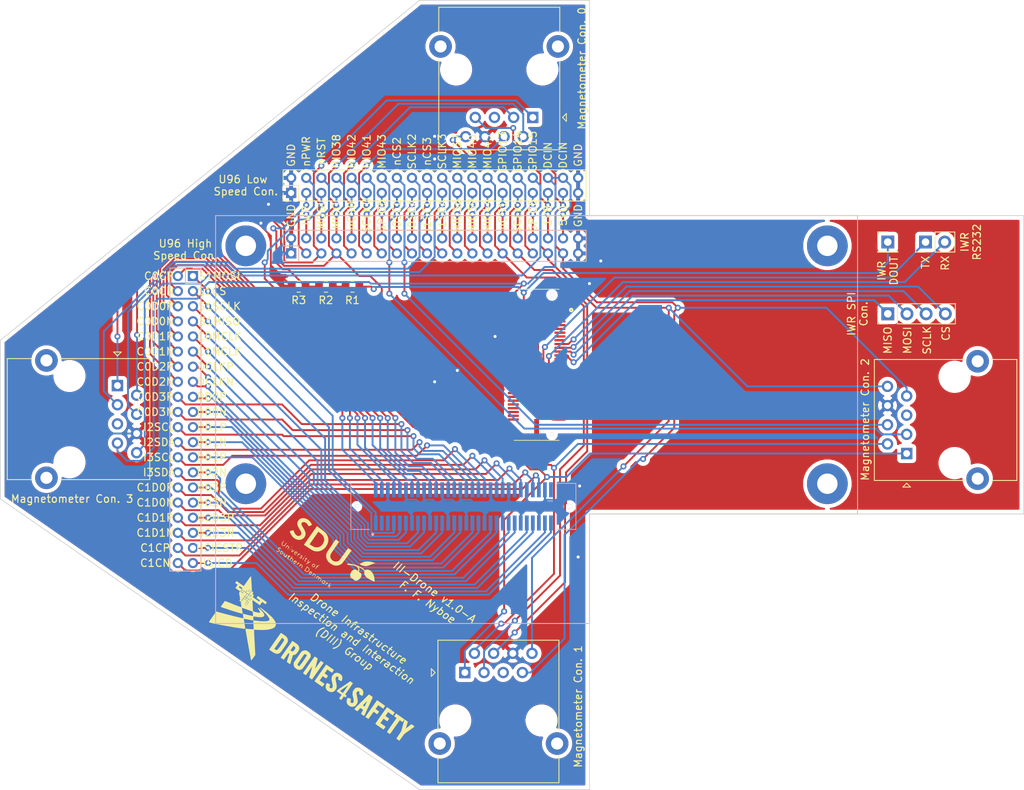
<source format=kicad_pcb>
(kicad_pcb (version 20171130) (host pcbnew 5.1.10-88a1d61d58~90~ubuntu20.04.1)
  (layers (0 F.Cu signal) (31 B.Cu signal) (34 B.Paste user) (35 F.Paste user) (36 B.SilkS user) (37 F.SilkS user) (38 B.Mask user) (39 F.Mask user) (44 Edge.Cuts user))
  (net 0 "")
  (net 1 "Net-(J1-Pad1)")
  (net 2 5V0)
  (net 3 "Net-(J1-Pad3)")
  (net 4 "Net-(J1-Pad4)")
  (net 5 "Net-(J1-Pad5)")
  (net 6 "Net-(J1-Pad6)")
  (net 7 "Net-(J1-Pad7)")
  (net 8 "Net-(J1-Pad8)")
  (net 9 "Net-(J1-Pad9)")
  (net 10 "Net-(J1-Pad10)")
  (net 11 "Net-(J1-Pad11)")
  (net 12 "Net-(J1-Pad12)")
  (net 13 "Net-(J1-Pad13)")
  (net 14 "Net-(J1-Pad14)")
  (net 15 "Net-(J1-Pad15)")
  (net 16 "Net-(J1-Pad16)")
  (net 17 "Net-(J1-Pad17)")
  (net 18 IWR_DOUT)
  (net 19 IWR_AR_CS1)
  (net 20 GND)
  (net 21 IWR_SPI_CLK1)
  (net 22 "Net-(J1-Pad22)")
  (net 23 IWR_SPI_MOSI1)
  (net 24 "Net-(J1-Pad24)")
  (net 25 IWR_SPI_MISO1)
  (net 26 "Net-(J1-Pad27)")
  (net 27 "Net-(J1-Pad28)")
  (net 28 "Net-(J1-Pad29)")
  (net 29 "Net-(J1-Pad30)")
  (net 30 "Net-(J1-Pad31)")
  (net 31 "Net-(J1-Pad33)")
  (net 32 "Net-(J1-Pad34)")
  (net 33 "Net-(J1-Pad35)")
  (net 34 "Net-(J1-Pad36)")
  (net 35 "Net-(J1-Pad37)")
  (net 36 "Net-(J1-Pad39)")
  (net 37 "Net-(J1-Pad40)")
  (net 38 "Net-(J1-Pad41)")
  (net 39 "Net-(J1-Pad42)")
  (net 40 "Net-(J1-Pad43)")
  (net 41 "Net-(J1-Pad45)")
  (net 42 "Net-(J1-Pad46)")
  (net 43 "Net-(J1-Pad47)")
  (net 44 "Net-(J1-Pad48)")
  (net 45 "Net-(J1-Pad49)")
  (net 46 "Net-(J1-Pad51)")
  (net 47 "Net-(J1-Pad52)")
  (net 48 "Net-(J1-Pad53)")
  (net 49 "Net-(J1-Pad54)")
  (net 50 "Net-(J1-Pad55)")
  (net 51 "Net-(J1-Pad56)")
  (net 52 IWR_RS232RX)
  (net 53 "Net-(J1-Pad58)")
  (net 54 IWR_RS232TX)
  (net 55 "Net-(J1-Pad60)")
  (net 56 U96_MAG_nCS0)
  (net 57 "Net-(J2-Pad5)")
  (net 58 U96_MAG_SCLK0)
  (net 59 U96_MAG_MOSI)
  (net 60 U96_MAG_MISO)
  (net 61 1V8)
  (net 62 U96_MAG_SCLK1)
  (net 63 "Net-(J3-Pad5)")
  (net 64 U96_MAG_nCS1)
  (net 65 U96_MAG_SCLK2)
  (net 66 "Net-(J4-Pad5)")
  (net 67 U96_MAG_nCS2)
  (net 68 U96_MAG_nCS3)
  (net 69 "Net-(J5-Pad5)")
  (net 70 U96_MAG_SCLK3)
  (net 71 U96_SPI1_MOSI)
  (net 72 U96_CSI0_C_P)
  (net 73 "Net-(J6-Pad3)")
  (net 74 U96_CSI0_C_N)
  (net 75 "Net-(J6-Pad5)")
  (net 76 U96_SPI1_CS)
  (net 77 U96_CSI0_D0_P)
  (net 78 U96_SPI1_SCLK)
  (net 79 U96_CSI0_D0_N)
  (net 80 U96_SPI1_MISO)
  (net 81 U96_CSI0_D1_P)
  (net 82 U96_CSI0_MCLK)
  (net 83 U96_CSI0_D1_N)
  (net 84 U96_CSI1_MCLK)
  (net 85 U96_CSI0_D2_P)
  (net 86 U96_DSI_CLK_P)
  (net 87 U96_CSI0_D2_N)
  (net 88 U96_DSI_CLK_N)
  (net 89 U96_CSI0_D3_P)
  (net 90 U96_DSI_D0_P)
  (net 91 U96_CSI0_D3_N)
  (net 92 U96_DSI_D0_N)
  (net 93 U96_I2C2_SCL)
  (net 94 U96_DSI_D1_P)
  (net 95 U96_I2C2_SDA)
  (net 96 U96_DSI_D1_N)
  (net 97 U96_I2C3_SCL)
  (net 98 U96_I2C3_SDA)
  (net 99 U96_DSI_D2_P)
  (net 100 U96_DSI_D2_N)
  (net 101 U96_CSI1_D0_P)
  (net 102 U96_CSI1_D0_N)
  (net 103 U96_DSI_D3_P)
  (net 104 U96_DSI_D3_N)
  (net 105 U96_CSI1_D1_P)
  (net 106 U96_CSI1_D1_N)
  (net 107 U96_USB2D3_P)
  (net 108 U96_USB2D3_N)
  (net 109 U96_CSI1_C_P)
  (net 110 U96_CSI1_C_N)
  (net 111 U96_HSIC_STR)
  (net 112 U96_HSIC_DATA)
  (net 113 "Net-(J6-Pad60)")
  (net 114 U96_SYS_DCIN)
  (net 115 U96_HD_GPIO15)
  (net 116 U96_HD_GPIO8)
  (net 117 U96_HD_GPIO14)
  (net 118 U96_HD_GPIO13)
  (net 119 U96_PS_MIO45)
  (net 120 U96_PS_MIO44)
  (net 121 U96_PS_MIO40)
  (net 122 U96_PS_MIO39)
  (net 123 U96_PS_MIO37)
  (net 124 U96_PS_MIO36)
  (net 125 U96_PS_I2C1_SDA)
  (net 126 U96_PS_I2C1_SCL)
  (net 127 U96_PS_I2C0_SDA)
  (net 128 U96_PS_I2C0_SCL)
  (net 129 U96_PS_MIO43)
  (net 130 U96_HD_GPIO5)
  (net 131 U96_PS_MIO41)
  (net 132 U96_PS_MIO42)
  (net 133 U96_PS_MIO38)
  (net 134 U96_RST_BTN_N)
  (net 135 U96_PWR_BTN_N)
  (net 136 U96_IWR_DIN)
  (net 137 "Net-(R1-Pad1)")
  (module logos:sdu_logo (layer F.Cu) (at 145 112 325)
    (fp_text reference G*** hide)
    (fp_text value LOGO hide)
  )
  (module logos:d4s_logo (layer F.Cu) (at 143.5 125.5 325)
    (fp_text reference G*** hide)
    (fp_text value LOGO hide)
  )
  (module Connector_PinHeader_2.00mm:PinHeader_2x20_P2.00mm_Vertical (layer B.Cu) (at 127 74 180)
    (fp_text reference J11 hide)
    (fp_text value Ultra96_HS_out hide)
    (pad 1 thru_hole rect (at 0 0 180) (size 1.35 1.35) (drill 0.8) (layers *.Cu *.Mask) (net 71 U96_SPI1_MOSI))
    (pad 2 thru_hole oval (at 2 0 180) (size 1.35 1.35) (drill 0.8) (layers *.Cu *.Mask) (net 72 U96_CSI0_C_P))
    (pad 3 thru_hole oval (at 0 -2 180) (size 1.35 1.35) (drill 0.8) (layers *.Cu *.Mask) (net 76 U96_SPI1_CS))
    (pad 4 thru_hole oval (at 2 -2 180) (size 1.35 1.35) (drill 0.8) (layers *.Cu *.Mask) (net 74 U96_CSI0_C_N))
    (pad 5 thru_hole oval (at 0 -4 180) (size 1.35 1.35) (drill 0.8) (layers *.Cu *.Mask) (net 78 U96_SPI1_SCLK))
    (pad 6 thru_hole oval (at 2 -4 180) (size 1.35 1.35) (drill 0.8) (layers *.Cu *.Mask) (net 77 U96_CSI0_D0_P))
    (pad 7 thru_hole oval (at 0 -6 180) (size 1.35 1.35) (drill 0.8) (layers *.Cu *.Mask) (net 80 U96_SPI1_MISO))
    (pad 8 thru_hole oval (at 2 -6 180) (size 1.35 1.35) (drill 0.8) (layers *.Cu *.Mask) (net 79 U96_CSI0_D0_N))
    (pad 9 thru_hole oval (at 0 -8 180) (size 1.35 1.35) (drill 0.8) (layers *.Cu *.Mask) (net 82 U96_CSI0_MCLK))
    (pad 10 thru_hole oval (at 2 -8 180) (size 1.35 1.35) (drill 0.8) (layers *.Cu *.Mask) (net 81 U96_CSI0_D1_P))
    (pad 11 thru_hole oval (at 0 -10 180) (size 1.35 1.35) (drill 0.8) (layers *.Cu *.Mask) (net 84 U96_CSI1_MCLK))
    (pad 12 thru_hole oval (at 2 -10 180) (size 1.35 1.35) (drill 0.8) (layers *.Cu *.Mask) (net 83 U96_CSI0_D1_N))
    (pad 13 thru_hole oval (at 0 -12 180) (size 1.35 1.35) (drill 0.8) (layers *.Cu *.Mask) (net 86 U96_DSI_CLK_P))
    (pad 14 thru_hole oval (at 2 -12 180) (size 1.35 1.35) (drill 0.8) (layers *.Cu *.Mask) (net 85 U96_CSI0_D2_P))
    (pad 15 thru_hole oval (at 0 -14 180) (size 1.35 1.35) (drill 0.8) (layers *.Cu *.Mask) (net 88 U96_DSI_CLK_N))
    (pad 16 thru_hole oval (at 2 -14 180) (size 1.35 1.35) (drill 0.8) (layers *.Cu *.Mask) (net 87 U96_CSI0_D2_N))
    (pad 17 thru_hole oval (at 0 -16 180) (size 1.35 1.35) (drill 0.8) (layers *.Cu *.Mask) (net 90 U96_DSI_D0_P))
    (pad 18 thru_hole oval (at 2 -16 180) (size 1.35 1.35) (drill 0.8) (layers *.Cu *.Mask) (net 89 U96_CSI0_D3_P))
    (pad 19 thru_hole oval (at 0 -18 180) (size 1.35 1.35) (drill 0.8) (layers *.Cu *.Mask) (net 92 U96_DSI_D0_N))
    (pad 20 thru_hole oval (at 2 -18 180) (size 1.35 1.35) (drill 0.8) (layers *.Cu *.Mask) (net 91 U96_CSI0_D3_N))
    (pad 21 thru_hole oval (at 0 -20 180) (size 1.35 1.35) (drill 0.8) (layers *.Cu *.Mask) (net 94 U96_DSI_D1_P))
    (pad 22 thru_hole oval (at 2 -20 180) (size 1.35 1.35) (drill 0.8) (layers *.Cu *.Mask) (net 93 U96_I2C2_SCL))
    (pad 23 thru_hole oval (at 0 -22 180) (size 1.35 1.35) (drill 0.8) (layers *.Cu *.Mask) (net 96 U96_DSI_D1_N))
    (pad 24 thru_hole oval (at 2 -22 180) (size 1.35 1.35) (drill 0.8) (layers *.Cu *.Mask) (net 95 U96_I2C2_SDA))
    (pad 25 thru_hole oval (at 0 -24 180) (size 1.35 1.35) (drill 0.8) (layers *.Cu *.Mask) (net 99 U96_DSI_D2_P))
    (pad 26 thru_hole oval (at 2 -24 180) (size 1.35 1.35) (drill 0.8) (layers *.Cu *.Mask) (net 97 U96_I2C3_SCL))
    (pad 27 thru_hole oval (at 0 -26 180) (size 1.35 1.35) (drill 0.8) (layers *.Cu *.Mask) (net 100 U96_DSI_D2_N))
    (pad 28 thru_hole oval (at 2 -26 180) (size 1.35 1.35) (drill 0.8) (layers *.Cu *.Mask) (net 98 U96_I2C3_SDA))
    (pad 29 thru_hole oval (at 0 -28 180) (size 1.35 1.35) (drill 0.8) (layers *.Cu *.Mask) (net 103 U96_DSI_D3_P))
    (pad 30 thru_hole oval (at 2 -28 180) (size 1.35 1.35) (drill 0.8) (layers *.Cu *.Mask) (net 101 U96_CSI1_D0_P))
    (pad 31 thru_hole oval (at 0 -30 180) (size 1.35 1.35) (drill 0.8) (layers *.Cu *.Mask) (net 104 U96_DSI_D3_N))
    (pad 32 thru_hole oval (at 2 -30 180) (size 1.35 1.35) (drill 0.8) (layers *.Cu *.Mask) (net 102 U96_CSI1_D0_N))
    (pad 33 thru_hole oval (at 0 -32 180) (size 1.35 1.35) (drill 0.8) (layers *.Cu *.Mask) (net 107 U96_USB2D3_P))
    (pad 34 thru_hole oval (at 2 -32 180) (size 1.35 1.35) (drill 0.8) (layers *.Cu *.Mask) (net 105 U96_CSI1_D1_P))
    (pad 35 thru_hole oval (at 0 -34 180) (size 1.35 1.35) (drill 0.8) (layers *.Cu *.Mask) (net 108 U96_USB2D3_N))
    (pad 36 thru_hole oval (at 2 -34 180) (size 1.35 1.35) (drill 0.8) (layers *.Cu *.Mask) (net 106 U96_CSI1_D1_N))
    (pad 37 thru_hole oval (at 0 -36 180) (size 1.35 1.35) (drill 0.8) (layers *.Cu *.Mask) (net 111 U96_HSIC_STR))
    (pad 38 thru_hole oval (at 2 -36 180) (size 1.35 1.35) (drill 0.8) (layers *.Cu *.Mask) (net 109 U96_CSI1_C_P))
    (pad 39 thru_hole oval (at 0 -38 180) (size 1.35 1.35) (drill 0.8) (layers *.Cu *.Mask) (net 112 U96_HSIC_DATA))
    (pad 40 thru_hole oval (at 2 -38 180) (size 1.35 1.35) (drill 0.8) (layers *.Cu *.Mask) (net 110 U96_CSI1_C_N))
  )
  (module MountingHole:MountingHole_2.7mm_Pad_TopBottom (layer F.Cu) (at 211 70)
    (fp_text reference REF** hide)
    (fp_text value MountingHole_2.7mm_Pad_TopBottom hide)
    (pad 1 connect circle (at 0 0) (size 5.4 5.4) (layers B.Cu B.Mask))
    (pad 1 connect circle (at 0 0) (size 5.4 5.4) (layers F.Cu F.Mask))
    (pad 1 thru_hole circle (at 0 0) (size 3.1 3.1) (drill 2.7) (layers *.Cu *.Mask))
  )
  (module 61083-061402LF:61083061402LF (layer B.Cu) (at 162.8 104.5)
    (fp_text reference J6 hide)
    (fp_text value Ultra96_HS_conn hide)
    (pad 1 smd rect (at -11.6 2.2) (size 0.5 2) (layers B.Cu B.Paste B.Mask) (net 71 U96_SPI1_MOSI))
    (pad 2 smd rect (at -11.6 -2.2) (size 0.5 2) (layers B.Cu B.Paste B.Mask) (net 72 U96_CSI0_C_P))
    (pad 3 smd rect (at -10.8 2.2) (size 0.5 2) (layers B.Cu B.Paste B.Mask) (net 73 "Net-(J6-Pad3)"))
    (pad 4 smd rect (at -10.8 -2.2) (size 0.5 2) (layers B.Cu B.Paste B.Mask) (net 74 U96_CSI0_C_N))
    (pad 5 smd rect (at -10 2.2) (size 0.5 2) (layers B.Cu B.Paste B.Mask) (net 75 "Net-(J6-Pad5)"))
    (pad 6 smd rect (at -10 -2.2) (size 0.5 2) (layers B.Cu B.Paste B.Mask) (net 20 GND))
    (pad 7 smd rect (at -9.2 2.2) (size 0.5 2) (layers B.Cu B.Paste B.Mask) (net 76 U96_SPI1_CS))
    (pad 8 smd rect (at -9.2 -2.2) (size 0.5 2) (layers B.Cu B.Paste B.Mask) (net 77 U96_CSI0_D0_P))
    (pad 9 smd rect (at -8.4 2.2) (size 0.5 2) (layers B.Cu B.Paste B.Mask) (net 78 U96_SPI1_SCLK))
    (pad 10 smd rect (at -8.4 -2.2) (size 0.5 2) (layers B.Cu B.Paste B.Mask) (net 79 U96_CSI0_D0_N))
    (pad 11 smd rect (at -7.6 2.2) (size 0.5 2) (layers B.Cu B.Paste B.Mask) (net 80 U96_SPI1_MISO))
    (pad 12 smd rect (at -7.6 -2.2) (size 0.5 2) (layers B.Cu B.Paste B.Mask) (net 20 GND))
    (pad 13 smd rect (at -6.8 2.2) (size 0.5 2) (layers B.Cu B.Paste B.Mask) (net 20 GND))
    (pad 14 smd rect (at -6.8 -2.2) (size 0.5 2) (layers B.Cu B.Paste B.Mask) (net 81 U96_CSI0_D1_P))
    (pad 15 smd rect (at -6 2.2) (size 0.5 2) (layers B.Cu B.Paste B.Mask) (net 82 U96_CSI0_MCLK))
    (pad 16 smd rect (at -6 -2.2) (size 0.5 2) (layers B.Cu B.Paste B.Mask) (net 83 U96_CSI0_D1_N))
    (pad 17 smd rect (at -5.2 2.2) (size 0.5 2) (layers B.Cu B.Paste B.Mask) (net 84 U96_CSI1_MCLK))
    (pad 18 smd rect (at -5.2 -2.2) (size 0.5 2) (layers B.Cu B.Paste B.Mask) (net 20 GND))
    (pad 19 smd rect (at -4.4 2.2) (size 0.5 2) (layers B.Cu B.Paste B.Mask) (net 20 GND))
    (pad 20 smd rect (at -4.4 -2.2) (size 0.5 2) (layers B.Cu B.Paste B.Mask) (net 85 U96_CSI0_D2_P))
    (pad 21 smd rect (at -3.6 2.2) (size 0.5 2) (layers B.Cu B.Paste B.Mask) (net 86 U96_DSI_CLK_P))
    (pad 22 smd rect (at -3.6 -2.2) (size 0.5 2) (layers B.Cu B.Paste B.Mask) (net 87 U96_CSI0_D2_N))
    (pad 23 smd rect (at -2.8 2.2) (size 0.5 2) (layers B.Cu B.Paste B.Mask) (net 88 U96_DSI_CLK_N))
    (pad 24 smd rect (at -2.8 -2.2) (size 0.5 2) (layers B.Cu B.Paste B.Mask) (net 20 GND))
    (pad 25 smd rect (at -2 2.2) (size 0.5 2) (layers B.Cu B.Paste B.Mask) (net 20 GND))
    (pad 26 smd rect (at -2 -2.2) (size 0.5 2) (layers B.Cu B.Paste B.Mask) (net 89 U96_CSI0_D3_P))
    (pad 27 smd rect (at -1.2 2.2) (size 0.5 2) (layers B.Cu B.Paste B.Mask) (net 90 U96_DSI_D0_P))
    (pad 28 smd rect (at -1.2 -2.2) (size 0.5 2) (layers B.Cu B.Paste B.Mask) (net 91 U96_CSI0_D3_N))
    (pad 29 smd rect (at -0.4 2.2) (size 0.5 2) (layers B.Cu B.Paste B.Mask) (net 92 U96_DSI_D0_N))
    (pad 30 smd rect (at -0.4 -2.2) (size 0.5 2) (layers B.Cu B.Paste B.Mask) (net 20 GND))
    (pad 31 smd rect (at 0.4 2.2) (size 0.5 2) (layers B.Cu B.Paste B.Mask) (net 20 GND))
    (pad 32 smd rect (at 0.4 -2.2) (size 0.5 2) (layers B.Cu B.Paste B.Mask) (net 93 U96_I2C2_SCL))
    (pad 33 smd rect (at 1.2 2.2) (size 0.5 2) (layers B.Cu B.Paste B.Mask) (net 94 U96_DSI_D1_P))
    (pad 34 smd rect (at 1.2 -2.2) (size 0.5 2) (layers B.Cu B.Paste B.Mask) (net 95 U96_I2C2_SDA))
    (pad 35 smd rect (at 2 2.2) (size 0.5 2) (layers B.Cu B.Paste B.Mask) (net 96 U96_DSI_D1_N))
    (pad 36 smd rect (at 2 -2.2) (size 0.5 2) (layers B.Cu B.Paste B.Mask) (net 97 U96_I2C3_SCL))
    (pad 37 smd rect (at 2.8 2.2) (size 0.5 2) (layers B.Cu B.Paste B.Mask) (net 20 GND))
    (pad 38 smd rect (at 2.8 -2.2) (size 0.5 2) (layers B.Cu B.Paste B.Mask) (net 98 U96_I2C3_SDA))
    (pad 39 smd rect (at 3.6 2.2) (size 0.5 2) (layers B.Cu B.Paste B.Mask) (net 99 U96_DSI_D2_P))
    (pad 40 smd rect (at 3.6 -2.2) (size 0.5 2) (layers B.Cu B.Paste B.Mask) (net 20 GND))
    (pad 41 smd rect (at 4.4 2.2) (size 0.5 2) (layers B.Cu B.Paste B.Mask) (net 100 U96_DSI_D2_N))
    (pad 42 smd rect (at 4.4 -2.2) (size 0.5 2) (layers B.Cu B.Paste B.Mask) (net 101 U96_CSI1_D0_P))
    (pad 43 smd rect (at 5.2 2.2) (size 0.5 2) (layers B.Cu B.Paste B.Mask) (net 20 GND))
    (pad 44 smd rect (at 5.2 -2.2) (size 0.5 2) (layers B.Cu B.Paste B.Mask) (net 102 U96_CSI1_D0_N))
    (pad 45 smd rect (at 6 2.2) (size 0.5 2) (layers B.Cu B.Paste B.Mask) (net 103 U96_DSI_D3_P))
    (pad 46 smd rect (at 6 -2.2) (size 0.5 2) (layers B.Cu B.Paste B.Mask) (net 20 GND))
    (pad 47 smd rect (at 6.8 2.2) (size 0.5 2) (layers B.Cu B.Paste B.Mask) (net 104 U96_DSI_D3_N))
    (pad 48 smd rect (at 6.8 -2.2) (size 0.5 2) (layers B.Cu B.Paste B.Mask) (net 105 U96_CSI1_D1_P))
    (pad 49 smd rect (at 7.6 2.2) (size 0.5 2) (layers B.Cu B.Paste B.Mask) (net 20 GND))
    (pad 50 smd rect (at 7.6 -2.2) (size 0.5 2) (layers B.Cu B.Paste B.Mask) (net 106 U96_CSI1_D1_N))
    (pad 51 smd rect (at 8.4 2.2) (size 0.5 2) (layers B.Cu B.Paste B.Mask) (net 107 U96_USB2D3_P))
    (pad 52 smd rect (at 8.4 -2.2) (size 0.5 2) (layers B.Cu B.Paste B.Mask) (net 20 GND))
    (pad 53 smd rect (at 9.2 2.2) (size 0.5 2) (layers B.Cu B.Paste B.Mask) (net 108 U96_USB2D3_N))
    (pad 54 smd rect (at 9.2 -2.2) (size 0.5 2) (layers B.Cu B.Paste B.Mask) (net 109 U96_CSI1_C_P))
    (pad 55 smd rect (at 10 2.2) (size 0.5 2) (layers B.Cu B.Paste B.Mask) (net 20 GND))
    (pad 56 smd rect (at 10 -2.2) (size 0.5 2) (layers B.Cu B.Paste B.Mask) (net 110 U96_CSI1_C_N))
    (pad 57 smd rect (at 10.8 2.2) (size 0.5 2) (layers B.Cu B.Paste B.Mask) (net 111 U96_HSIC_STR))
    (pad 58 smd rect (at 10.8 -2.2) (size 0.5 2) (layers B.Cu B.Paste B.Mask) (net 20 GND))
    (pad 59 smd rect (at 11.6 2.2) (size 0.5 2) (layers B.Cu B.Paste B.Mask) (net 112 U96_HSIC_DATA))
    (pad 60 smd rect (at 11.6 -2.2) (size 0.5 2) (layers B.Cu B.Paste B.Mask) (net 113 "Net-(J6-Pad60)"))
    (pad MH1 thru_hole circle (at -14.1 0 270) (size 0.415 0.415) (drill 0.83) (layers *.Cu *.Mask B.SilkS))
    (pad MH2 thru_hole circle (at 14.1 0 270) (size 0.615 0.615) (drill 1.23) (layers *.Cu *.Mask B.SilkS))
  )
  (module MountingHole:MountingHole_2.7mm_Pad_TopBottom (layer F.Cu) (at 134 70)
    (fp_text reference REF** hide)
    (fp_text value MountingHole_2.7mm_Pad_TopBottom hide)
    (pad 1 connect circle (at 0 0) (size 5.4 5.4) (layers B.Cu B.Mask))
    (pad 1 connect circle (at 0 0) (size 5.4 5.4) (layers F.Cu F.Mask))
    (pad 1 thru_hole circle (at 0 0) (size 3.1 3.1) (drill 2.7) (layers *.Cu *.Mask))
  )
  (module MountingHole:MountingHole_2.7mm_Pad_TopBottom (layer F.Cu) (at 134 101.5)
    (fp_text reference REF** hide)
    (fp_text value MountingHole_2.7mm_Pad_TopBottom hide)
    (pad 1 connect circle (at 0 0) (size 5.4 5.4) (layers B.Cu B.Mask))
    (pad 1 connect circle (at 0 0) (size 5.4 5.4) (layers F.Cu F.Mask))
    (pad 1 thru_hole circle (at 0 0) (size 3.1 3.1) (drill 2.7) (layers *.Cu *.Mask))
  )
  (module MountingHole:MountingHole_2.7mm_Pad_TopBottom (layer F.Cu) (at 211 101.5)
    (fp_text reference REF** hide)
    (fp_text value MountingHole_2.7mm_Pad_TopBottom hide)
    (pad 1 connect circle (at 0 0) (size 5.4 5.4) (layers B.Cu B.Mask))
    (pad 1 connect circle (at 0 0) (size 5.4 5.4) (layers F.Cu F.Mask))
    (pad 1 thru_hole circle (at 0 0) (size 3.1 3.1) (drill 2.7) (layers *.Cu *.Mask))
  )
  (module QTH-030-01-L-D-A-K-TR:QTH-030-XX-Y-D-A-K-TR (layer F.Cu) (at 172.5 85.75 270)
    (fp_text reference J1 hide)
    (fp_text value IWR6843_conn hide)
    (pad 1 smd rect (at -7.25 -3.086 270) (size 0.305 1.45) (layers F.Cu F.Paste F.Mask) (net 1 "Net-(J1-Pad1)"))
    (pad 2 smd rect (at -7.25 3.086 270) (size 0.305 1.45) (layers F.Cu F.Paste F.Mask) (net 2 5V0))
    (pad 3 smd rect (at -6.75 -3.086 270) (size 0.305 1.45) (layers F.Cu F.Paste F.Mask) (net 3 "Net-(J1-Pad3)"))
    (pad 4 smd rect (at -6.75 3.086 270) (size 0.305 1.45) (layers F.Cu F.Paste F.Mask) (net 4 "Net-(J1-Pad4)"))
    (pad 5 smd rect (at -6.25 -3.086 270) (size 0.305 1.45) (layers F.Cu F.Paste F.Mask) (net 5 "Net-(J1-Pad5)"))
    (pad 6 smd rect (at -6.25 3.086 270) (size 0.305 1.45) (layers F.Cu F.Paste F.Mask) (net 6 "Net-(J1-Pad6)"))
    (pad 7 smd rect (at -5.75 -3.086 270) (size 0.305 1.45) (layers F.Cu F.Paste F.Mask) (net 7 "Net-(J1-Pad7)"))
    (pad 8 smd rect (at -5.75 3.086 270) (size 0.305 1.45) (layers F.Cu F.Paste F.Mask) (net 8 "Net-(J1-Pad8)"))
    (pad 9 smd rect (at -5.25 -3.086 270) (size 0.305 1.45) (layers F.Cu F.Paste F.Mask) (net 9 "Net-(J1-Pad9)"))
    (pad 10 smd rect (at -5.25 3.086 270) (size 0.305 1.45) (layers F.Cu F.Paste F.Mask) (net 10 "Net-(J1-Pad10)"))
    (pad 11 smd rect (at -4.75 -3.086 270) (size 0.305 1.45) (layers F.Cu F.Paste F.Mask) (net 11 "Net-(J1-Pad11)"))
    (pad 12 smd rect (at -4.75 3.086 270) (size 0.305 1.45) (layers F.Cu F.Paste F.Mask) (net 12 "Net-(J1-Pad12)"))
    (pad 13 smd rect (at -4.25 -3.086 270) (size 0.305 1.45) (layers F.Cu F.Paste F.Mask) (net 13 "Net-(J1-Pad13)"))
    (pad 14 smd rect (at -4.25 3.086 270) (size 0.305 1.45) (layers F.Cu F.Paste F.Mask) (net 14 "Net-(J1-Pad14)"))
    (pad 15 smd rect (at -3.75 -3.086 270) (size 0.305 1.45) (layers F.Cu F.Paste F.Mask) (net 15 "Net-(J1-Pad15)"))
    (pad 16 smd rect (at -3.75 3.086 270) (size 0.305 1.45) (layers F.Cu F.Paste F.Mask) (net 16 "Net-(J1-Pad16)"))
    (pad 17 smd rect (at -3.25 -3.086 270) (size 0.305 1.45) (layers F.Cu F.Paste F.Mask) (net 17 "Net-(J1-Pad17)"))
    (pad 18 smd rect (at -3.25 3.086 270) (size 0.305 1.45) (layers F.Cu F.Paste F.Mask) (net 18 IWR_DOUT))
    (pad 19 smd rect (at -2.75 -3.086 270) (size 0.305 1.45) (layers F.Cu F.Paste F.Mask) (net 19 IWR_AR_CS1))
    (pad 20 smd rect (at -2.75 3.086 270) (size 0.305 1.45) (layers F.Cu F.Paste F.Mask) (net 20 GND))
    (pad 21 smd rect (at -2.25 -3.086 270) (size 0.305 1.45) (layers F.Cu F.Paste F.Mask) (net 21 IWR_SPI_CLK1))
    (pad 22 smd rect (at -2.25 3.086 270) (size 0.305 1.45) (layers F.Cu F.Paste F.Mask) (net 22 "Net-(J1-Pad22)"))
    (pad 23 smd rect (at -1.75 -3.086 270) (size 0.305 1.45) (layers F.Cu F.Paste F.Mask) (net 23 IWR_SPI_MOSI1))
    (pad 24 smd rect (at -1.75 3.086 270) (size 0.305 1.45) (layers F.Cu F.Paste F.Mask) (net 24 "Net-(J1-Pad24)"))
    (pad 25 smd rect (at -1.25 -3.086 270) (size 0.305 1.45) (layers F.Cu F.Paste F.Mask) (net 25 IWR_SPI_MISO1))
    (pad 26 smd rect (at -1.25 3.086 270) (size 0.305 1.45) (layers F.Cu F.Paste F.Mask) (net 20 GND))
    (pad 27 smd rect (at -0.75 -3.086 270) (size 0.305 1.45) (layers F.Cu F.Paste F.Mask) (net 26 "Net-(J1-Pad27)"))
    (pad 28 smd rect (at -0.75 3.086 270) (size 0.305 1.45) (layers F.Cu F.Paste F.Mask) (net 27 "Net-(J1-Pad28)"))
    (pad 29 smd rect (at -0.25 -3.086 270) (size 0.305 1.45) (layers F.Cu F.Paste F.Mask) (net 28 "Net-(J1-Pad29)"))
    (pad 30 smd rect (at -0.25 3.086 270) (size 0.305 1.45) (layers F.Cu F.Paste F.Mask) (net 29 "Net-(J1-Pad30)"))
    (pad 31 smd rect (at 0.25 -3.086 270) (size 0.305 1.45) (layers F.Cu F.Paste F.Mask) (net 30 "Net-(J1-Pad31)"))
    (pad 32 smd rect (at 0.25 3.086 270) (size 0.305 1.45) (layers F.Cu F.Paste F.Mask) (net 20 GND))
    (pad 33 smd rect (at 0.75 -3.086 270) (size 0.305 1.45) (layers F.Cu F.Paste F.Mask) (net 31 "Net-(J1-Pad33)"))
    (pad 34 smd rect (at 0.75 3.086 270) (size 0.305 1.45) (layers F.Cu F.Paste F.Mask) (net 32 "Net-(J1-Pad34)"))
    (pad 35 smd rect (at 1.25 -3.086 270) (size 0.305 1.45) (layers F.Cu F.Paste F.Mask) (net 33 "Net-(J1-Pad35)"))
    (pad 36 smd rect (at 1.25 3.086 270) (size 0.305 1.45) (layers F.Cu F.Paste F.Mask) (net 34 "Net-(J1-Pad36)"))
    (pad 37 smd rect (at 1.75 -3.086 270) (size 0.305 1.45) (layers F.Cu F.Paste F.Mask) (net 35 "Net-(J1-Pad37)"))
    (pad 38 smd rect (at 1.75 3.086 270) (size 0.305 1.45) (layers F.Cu F.Paste F.Mask) (net 20 GND))
    (pad 39 smd rect (at 2.25 -3.086 270) (size 0.305 1.45) (layers F.Cu F.Paste F.Mask) (net 36 "Net-(J1-Pad39)"))
    (pad 40 smd rect (at 2.25 3.086 270) (size 0.305 1.45) (layers F.Cu F.Paste F.Mask) (net 37 "Net-(J1-Pad40)"))
    (pad 41 smd rect (at 2.75 -3.086 270) (size 0.305 1.45) (layers F.Cu F.Paste F.Mask) (net 38 "Net-(J1-Pad41)"))
    (pad 42 smd rect (at 2.75 3.086 270) (size 0.305 1.45) (layers F.Cu F.Paste F.Mask) (net 39 "Net-(J1-Pad42)"))
    (pad 43 smd rect (at 3.25 -3.086 270) (size 0.305 1.45) (layers F.Cu F.Paste F.Mask) (net 40 "Net-(J1-Pad43)"))
    (pad 44 smd rect (at 3.25 3.086 270) (size 0.305 1.45) (layers F.Cu F.Paste F.Mask) (net 20 GND))
    (pad 45 smd rect (at 3.75 -3.086 270) (size 0.305 1.45) (layers F.Cu F.Paste F.Mask) (net 41 "Net-(J1-Pad45)"))
    (pad 46 smd rect (at 3.75 3.086 270) (size 0.305 1.45) (layers F.Cu F.Paste F.Mask) (net 42 "Net-(J1-Pad46)"))
    (pad 47 smd rect (at 4.25 -3.086 270) (size 0.305 1.45) (layers F.Cu F.Paste F.Mask) (net 43 "Net-(J1-Pad47)"))
    (pad 48 smd rect (at 4.25 3.086 270) (size 0.305 1.45) (layers F.Cu F.Paste F.Mask) (net 44 "Net-(J1-Pad48)"))
    (pad 49 smd rect (at 4.75 -3.086 270) (size 0.305 1.45) (layers F.Cu F.Paste F.Mask) (net 45 "Net-(J1-Pad49)"))
    (pad 50 smd rect (at 4.75 3.086 270) (size 0.305 1.45) (layers F.Cu F.Paste F.Mask) (net 20 GND))
    (pad 51 smd rect (at 5.25 -3.086 270) (size 0.305 1.45) (layers F.Cu F.Paste F.Mask) (net 46 "Net-(J1-Pad51)"))
    (pad 52 smd rect (at 5.25 3.086 270) (size 0.305 1.45) (layers F.Cu F.Paste F.Mask) (net 47 "Net-(J1-Pad52)"))
    (pad 53 smd rect (at 5.75 -3.086 270) (size 0.305 1.45) (layers F.Cu F.Paste F.Mask) (net 48 "Net-(J1-Pad53)"))
    (pad 54 smd rect (at 5.75 3.086 270) (size 0.305 1.45) (layers F.Cu F.Paste F.Mask) (net 49 "Net-(J1-Pad54)"))
    (pad 55 smd rect (at 6.25 -3.086 270) (size 0.305 1.45) (layers F.Cu F.Paste F.Mask) (net 50 "Net-(J1-Pad55)"))
    (pad 56 smd rect (at 6.25 3.086 270) (size 0.305 1.45) (layers F.Cu F.Paste F.Mask) (net 51 "Net-(J1-Pad56)"))
    (pad 57 smd rect (at 6.75 -3.086 270) (size 0.305 1.45) (layers F.Cu F.Paste F.Mask) (net 52 IWR_RS232RX))
    (pad 58 smd rect (at 6.75 3.086 270) (size 0.305 1.45) (layers F.Cu F.Paste F.Mask) (net 53 "Net-(J1-Pad58)"))
    (pad 59 smd rect (at 7.25 -3.086 270) (size 0.305 1.45) (layers F.Cu F.Paste F.Mask) (net 54 IWR_RS232TX))
    (pad 60 smd rect (at 7.25 3.086 270) (size 0.305 1.45) (layers F.Cu F.Paste F.Mask) (net 55 "Net-(J1-Pad60)"))
    (pad 61 smd rect (at -3.174 0) (size 0.64 4.7) (layers F.Cu F.Paste F.Mask))
    (pad 62 smd rect (at 3.174 0) (size 0.64 4.7) (layers F.Cu F.Paste F.Mask))
    (pad 63 smd rect (at -8.443 0) (size 0.64 2.54) (layers F.Cu F.Paste F.Mask))
    (pad 64 smd rect (at 8.443 0) (size 0.64 2.54) (layers F.Cu F.Paste F.Mask))
    (pad 65 thru_hole circle (at -9.239 -2.036) (size 0.51 0.51) (drill 1.02) (layers *.Cu *.Mask F.SilkS))
    (pad 66 thru_hole circle (at 9.239 -2.036) (size 0.51 0.51) (drill 1.02) (layers *.Cu *.Mask F.SilkS))
  )
  (module Connector_RJ:RJ45_Ninigi_GE (layer F.Cu) (at 172 53 180)
    (fp_text reference J2 hide)
    (fp_text value MagSampler_0_conn hide)
    (pad "" np_thru_hole circle (at 10.16 6.35) (size 3.25 3.25) (drill 3.25) (layers *.Cu *.Mask))
    (pad SH thru_hole circle (at 12.215 9.4) (size 3 3) (drill 1.6) (layers *.Cu *.Mask))
    (pad "" np_thru_hole circle (at -1.27 6.35 180) (size 3.25 3.25) (drill 3.25) (layers *.Cu *.Mask))
    (pad 3 thru_hole circle (at 2.54 0) (size 1.5 1.5) (drill 0.9) (layers *.Cu *.Mask) (net 56 U96_MAG_nCS0))
    (pad 5 thru_hole circle (at 5.08 0) (size 1.5 1.5) (drill 0.9) (layers *.Cu *.Mask) (net 57 "Net-(J2-Pad5)"))
    (pad 4 thru_hole circle (at 3.81 -2.54) (size 1.5 1.5) (drill 0.9) (layers *.Cu *.Mask) (net 58 U96_MAG_SCLK0))
    (pad 7 thru_hole circle (at 7.62 0) (size 1.5 1.5) (drill 0.9) (layers *.Cu *.Mask) (net 2 5V0))
    (pad 1 thru_hole rect (at 0 0) (size 1.5 1.5) (drill 0.9) (layers *.Cu *.Mask) (net 59 U96_MAG_MOSI))
    (pad 2 thru_hole circle (at 1.27 -2.54) (size 1.5 1.5) (drill 0.9) (layers *.Cu *.Mask) (net 60 U96_MAG_MISO))
    (pad SH thru_hole circle (at -3.325 9.4 180) (size 3 3) (drill 1.6) (layers *.Cu *.Mask))
    (pad 8 thru_hole circle (at 8.89 -2.54) (size 1.5 1.5) (drill 0.9) (layers *.Cu *.Mask) (net 61 1V8))
    (pad 6 thru_hole circle (at 6.35 -2.54) (size 1.5 1.5) (drill 0.9) (layers *.Cu *.Mask) (net 20 GND))
  )
  (module Connector_RJ:RJ45_Ninigi_GE (layer F.Cu) (at 163 126.5)
    (fp_text reference J3 hide)
    (fp_text value MagSamler_2_conn hide)
    (pad 6 thru_hole circle (at 6.35 -2.54 180) (size 1.5 1.5) (drill 0.9) (layers *.Cu *.Mask) (net 20 GND))
    (pad 8 thru_hole circle (at 8.89 -2.54 180) (size 1.5 1.5) (drill 0.9) (layers *.Cu *.Mask) (net 61 1V8))
    (pad SH thru_hole circle (at -3.325 9.4) (size 3 3) (drill 1.6) (layers *.Cu *.Mask))
    (pad 2 thru_hole circle (at 1.27 -2.54 180) (size 1.5 1.5) (drill 0.9) (layers *.Cu *.Mask) (net 60 U96_MAG_MISO))
    (pad 1 thru_hole rect (at 0 0 180) (size 1.5 1.5) (drill 0.9) (layers *.Cu *.Mask) (net 59 U96_MAG_MOSI))
    (pad 7 thru_hole circle (at 7.62 0 180) (size 1.5 1.5) (drill 0.9) (layers *.Cu *.Mask) (net 2 5V0))
    (pad 4 thru_hole circle (at 3.81 -2.54 180) (size 1.5 1.5) (drill 0.9) (layers *.Cu *.Mask) (net 62 U96_MAG_SCLK1))
    (pad 5 thru_hole circle (at 5.08 0 180) (size 1.5 1.5) (drill 0.9) (layers *.Cu *.Mask) (net 63 "Net-(J3-Pad5)"))
    (pad 3 thru_hole circle (at 2.54 0 180) (size 1.5 1.5) (drill 0.9) (layers *.Cu *.Mask) (net 64 U96_MAG_nCS1))
    (pad "" np_thru_hole circle (at -1.27 6.35) (size 3.25 3.25) (drill 3.25) (layers *.Cu *.Mask))
    (pad SH thru_hole circle (at 12.215 9.4 180) (size 3 3) (drill 1.6) (layers *.Cu *.Mask))
    (pad "" np_thru_hole circle (at 10.16 6.35 180) (size 3.25 3.25) (drill 3.25) (layers *.Cu *.Mask))
  )
  (module Connector_RJ:RJ45_Ninigi_GE (layer F.Cu) (at 221.5 97.5 90)
    (fp_text reference J4 hide)
    (fp_text value MagSampler_1_conn hide)
    (pad 6 thru_hole circle (at 6.35 -2.54 270) (size 1.5 1.5) (drill 0.9) (layers *.Cu *.Mask) (net 20 GND))
    (pad 8 thru_hole circle (at 8.89 -2.54 270) (size 1.5 1.5) (drill 0.9) (layers *.Cu *.Mask) (net 61 1V8))
    (pad SH thru_hole circle (at -3.325 9.4 90) (size 3 3) (drill 1.6) (layers *.Cu *.Mask))
    (pad 2 thru_hole circle (at 1.27 -2.54 270) (size 1.5 1.5) (drill 0.9) (layers *.Cu *.Mask) (net 60 U96_MAG_MISO))
    (pad 1 thru_hole rect (at 0 0 270) (size 1.5 1.5) (drill 0.9) (layers *.Cu *.Mask) (net 59 U96_MAG_MOSI))
    (pad 7 thru_hole circle (at 7.62 0 270) (size 1.5 1.5) (drill 0.9) (layers *.Cu *.Mask) (net 2 5V0))
    (pad 4 thru_hole circle (at 3.81 -2.54 270) (size 1.5 1.5) (drill 0.9) (layers *.Cu *.Mask) (net 65 U96_MAG_SCLK2))
    (pad 5 thru_hole circle (at 5.08 0 270) (size 1.5 1.5) (drill 0.9) (layers *.Cu *.Mask) (net 66 "Net-(J4-Pad5)"))
    (pad 3 thru_hole circle (at 2.54 0 270) (size 1.5 1.5) (drill 0.9) (layers *.Cu *.Mask) (net 67 U96_MAG_nCS2))
    (pad "" np_thru_hole circle (at -1.27 6.35 90) (size 3.25 3.25) (drill 3.25) (layers *.Cu *.Mask))
    (pad SH thru_hole circle (at 12.215 9.4 270) (size 3 3) (drill 1.6) (layers *.Cu *.Mask))
    (pad "" np_thru_hole circle (at 10.16 6.35 270) (size 3.25 3.25) (drill 3.25) (layers *.Cu *.Mask))
  )
  (module Connector_RJ:RJ45_Ninigi_GE (layer F.Cu) (at 117 88.5 270)
    (fp_text reference J5 hide)
    (fp_text value MagSampler_3_conn hide)
    (pad "" np_thru_hole circle (at 10.16 6.35 90) (size 3.25 3.25) (drill 3.25) (layers *.Cu *.Mask))
    (pad SH thru_hole circle (at 12.215 9.4 90) (size 3 3) (drill 1.6) (layers *.Cu *.Mask))
    (pad "" np_thru_hole circle (at -1.27 6.35 270) (size 3.25 3.25) (drill 3.25) (layers *.Cu *.Mask))
    (pad 3 thru_hole circle (at 2.54 0 90) (size 1.5 1.5) (drill 0.9) (layers *.Cu *.Mask) (net 68 U96_MAG_nCS3))
    (pad 5 thru_hole circle (at 5.08 0 90) (size 1.5 1.5) (drill 0.9) (layers *.Cu *.Mask) (net 69 "Net-(J5-Pad5)"))
    (pad 4 thru_hole circle (at 3.81 -2.54 90) (size 1.5 1.5) (drill 0.9) (layers *.Cu *.Mask) (net 70 U96_MAG_SCLK3))
    (pad 7 thru_hole circle (at 7.62 0 90) (size 1.5 1.5) (drill 0.9) (layers *.Cu *.Mask) (net 2 5V0))
    (pad 1 thru_hole rect (at 0 0 90) (size 1.5 1.5) (drill 0.9) (layers *.Cu *.Mask) (net 59 U96_MAG_MOSI))
    (pad 2 thru_hole circle (at 1.27 -2.54 90) (size 1.5 1.5) (drill 0.9) (layers *.Cu *.Mask) (net 60 U96_MAG_MISO))
    (pad SH thru_hole circle (at -3.325 9.4 270) (size 3 3) (drill 1.6) (layers *.Cu *.Mask))
    (pad 8 thru_hole circle (at 8.89 -2.54 90) (size 1.5 1.5) (drill 0.9) (layers *.Cu *.Mask) (net 61 1V8))
    (pad 6 thru_hole circle (at 6.35 -2.54 90) (size 1.5 1.5) (drill 0.9) (layers *.Cu *.Mask) (net 20 GND))
  )
  (module Connector_PinHeader_2.54mm:PinHeader_1x01_P2.54mm_Vertical (layer F.Cu) (at 219 69.5)
    (fp_text reference J7 hide)
    (fp_text value Conn_01x01_Male hide)
    (pad 1 thru_hole rect (at 0 0) (size 1.7 1.7) (drill 1) (layers *.Cu *.Mask) (net 18 IWR_DOUT))
  )
  (module Connector_PinHeader_2.54mm:PinHeader_1x02_P2.54mm_Vertical (layer F.Cu) (at 224 69.5 90)
    (fp_text reference J8 hide)
    (fp_text value Conn_01x02_Male hide)
    (pad 1 thru_hole rect (at 0 0 90) (size 1.7 1.7) (drill 1) (layers *.Cu *.Mask) (net 54 IWR_RS232TX))
    (pad 2 thru_hole oval (at 0 2.54 90) (size 1.7 1.7) (drill 1) (layers *.Cu *.Mask) (net 52 IWR_RS232RX))
  )
  (module Connector_PinHeader_2.54mm:PinHeader_1x04_P2.54mm_Vertical (layer F.Cu) (at 219 79 90)
    (fp_text reference J9 hide)
    (fp_text value Conn_01x04_Male hide)
    (pad 1 thru_hole rect (at 0 0 90) (size 1.7 1.7) (drill 1) (layers *.Cu *.Mask) (net 25 IWR_SPI_MISO1))
    (pad 2 thru_hole oval (at 0 2.54 90) (size 1.7 1.7) (drill 1) (layers *.Cu *.Mask) (net 23 IWR_SPI_MOSI1))
    (pad 3 thru_hole oval (at 0 5.08 90) (size 1.7 1.7) (drill 1) (layers *.Cu *.Mask) (net 21 IWR_SPI_CLK1))
    (pad 4 thru_hole oval (at 0 7.62 90) (size 1.7 1.7) (drill 1) (layers *.Cu *.Mask) (net 19 IWR_AR_CS1))
  )
  (module Connector_PinSocket_2.00mm:PinSocket_2x20_P2.00mm_Vertical (layer B.Cu) (at 140 71 270)
    (fp_text reference J10 hide)
    (fp_text value Ultra96_LS_conn hide)
    (pad 1 thru_hole rect (at 0 0 270) (size 1.35 1.35) (drill 0.8) (layers *.Cu *.Mask) (net 20 GND))
    (pad 2 thru_hole oval (at -2 0 270) (size 1.35 1.35) (drill 0.8) (layers *.Cu *.Mask) (net 20 GND))
    (pad 3 thru_hole oval (at 0 -2 270) (size 1.35 1.35) (drill 0.8) (layers *.Cu *.Mask) (net 136 U96_IWR_DIN))
    (pad 4 thru_hole oval (at -2 -2 270) (size 1.35 1.35) (drill 0.8) (layers *.Cu *.Mask) (net 135 U96_PWR_BTN_N))
    (pad 5 thru_hole oval (at 0 -4 270) (size 1.35 1.35) (drill 0.8) (layers *.Cu *.Mask) (net 59 U96_MAG_MOSI))
    (pad 6 thru_hole oval (at -2 -4 270) (size 1.35 1.35) (drill 0.8) (layers *.Cu *.Mask) (net 134 U96_RST_BTN_N))
    (pad 7 thru_hole oval (at 0 -6 270) (size 1.35 1.35) (drill 0.8) (layers *.Cu *.Mask) (net 60 U96_MAG_MISO))
    (pad 8 thru_hole oval (at -2 -6 270) (size 1.35 1.35) (drill 0.8) (layers *.Cu *.Mask) (net 133 U96_PS_MIO38))
    (pad 9 thru_hole oval (at 0 -8 270) (size 1.35 1.35) (drill 0.8) (layers *.Cu *.Mask) (net 56 U96_MAG_nCS0))
    (pad 10 thru_hole oval (at -2 -8 270) (size 1.35 1.35) (drill 0.8) (layers *.Cu *.Mask) (net 132 U96_PS_MIO42))
    (pad 11 thru_hole oval (at 0 -10 270) (size 1.35 1.35) (drill 0.8) (layers *.Cu *.Mask) (net 58 U96_MAG_SCLK0))
    (pad 12 thru_hole oval (at -2 -10 270) (size 1.35 1.35) (drill 0.8) (layers *.Cu *.Mask) (net 131 U96_PS_MIO41))
    (pad 13 thru_hole oval (at 0 -12 270) (size 1.35 1.35) (drill 0.8) (layers *.Cu *.Mask) (net 130 U96_HD_GPIO5))
    (pad 14 thru_hole oval (at -2 -12 270) (size 1.35 1.35) (drill 0.8) (layers *.Cu *.Mask) (net 129 U96_PS_MIO43))
    (pad 15 thru_hole oval (at 0 -14 270) (size 1.35 1.35) (drill 0.8) (layers *.Cu *.Mask) (net 128 U96_PS_I2C0_SCL))
    (pad 16 thru_hole oval (at -2 -14 270) (size 1.35 1.35) (drill 0.8) (layers *.Cu *.Mask) (net 67 U96_MAG_nCS2))
    (pad 17 thru_hole oval (at 0 -16 270) (size 1.35 1.35) (drill 0.8) (layers *.Cu *.Mask) (net 127 U96_PS_I2C0_SDA))
    (pad 18 thru_hole oval (at -2 -16 270) (size 1.35 1.35) (drill 0.8) (layers *.Cu *.Mask) (net 65 U96_MAG_SCLK2))
    (pad 19 thru_hole oval (at 0 -18 270) (size 1.35 1.35) (drill 0.8) (layers *.Cu *.Mask) (net 126 U96_PS_I2C1_SCL))
    (pad 20 thru_hole oval (at -2 -18 270) (size 1.35 1.35) (drill 0.8) (layers *.Cu *.Mask) (net 68 U96_MAG_nCS3))
    (pad 21 thru_hole oval (at 0 -20 270) (size 1.35 1.35) (drill 0.8) (layers *.Cu *.Mask) (net 125 U96_PS_I2C1_SDA))
    (pad 22 thru_hole oval (at -2 -20 270) (size 1.35 1.35) (drill 0.8) (layers *.Cu *.Mask) (net 70 U96_MAG_SCLK3))
    (pad 23 thru_hole oval (at 0 -22 270) (size 1.35 1.35) (drill 0.8) (layers *.Cu *.Mask) (net 124 U96_PS_MIO36))
    (pad 24 thru_hole oval (at -2 -22 270) (size 1.35 1.35) (drill 0.8) (layers *.Cu *.Mask) (net 123 U96_PS_MIO37))
    (pad 25 thru_hole oval (at 0 -24 270) (size 1.35 1.35) (drill 0.8) (layers *.Cu *.Mask) (net 122 U96_PS_MIO39))
    (pad 26 thru_hole oval (at -2 -24 270) (size 1.35 1.35) (drill 0.8) (layers *.Cu *.Mask) (net 121 U96_PS_MIO40))
    (pad 27 thru_hole oval (at 0 -26 270) (size 1.35 1.35) (drill 0.8) (layers *.Cu *.Mask) (net 120 U96_PS_MIO44))
    (pad 28 thru_hole oval (at -2 -26 270) (size 1.35 1.35) (drill 0.8) (layers *.Cu *.Mask) (net 119 U96_PS_MIO45))
    (pad 29 thru_hole oval (at 0 -28 270) (size 1.35 1.35) (drill 0.8) (layers *.Cu *.Mask) (net 64 U96_MAG_nCS1))
    (pad 30 thru_hole oval (at -2 -28 270) (size 1.35 1.35) (drill 0.8) (layers *.Cu *.Mask) (net 118 U96_HD_GPIO13))
    (pad 31 thru_hole oval (at 0 -30 270) (size 1.35 1.35) (drill 0.8) (layers *.Cu *.Mask) (net 62 U96_MAG_SCLK1))
    (pad 32 thru_hole oval (at -2 -30 270) (size 1.35 1.35) (drill 0.8) (layers *.Cu *.Mask) (net 117 U96_HD_GPIO14))
    (pad 33 thru_hole oval (at 0 -32 270) (size 1.35 1.35) (drill 0.8) (layers *.Cu *.Mask) (net 116 U96_HD_GPIO8))
    (pad 34 thru_hole oval (at -2 -32 270) (size 1.35 1.35) (drill 0.8) (layers *.Cu *.Mask) (net 115 U96_HD_GPIO15))
    (pad 35 thru_hole oval (at 0 -34 270) (size 1.35 1.35) (drill 0.8) (layers *.Cu *.Mask) (net 61 1V8))
    (pad 36 thru_hole oval (at -2 -34 270) (size 1.35 1.35) (drill 0.8) (layers *.Cu *.Mask) (net 114 U96_SYS_DCIN))
    (pad 37 thru_hole oval (at 0 -36 270) (size 1.35 1.35) (drill 0.8) (layers *.Cu *.Mask) (net 2 5V0))
    (pad 38 thru_hole oval (at -2 -36 270) (size 1.35 1.35) (drill 0.8) (layers *.Cu *.Mask) (net 114 U96_SYS_DCIN))
    (pad 39 thru_hole oval (at 0 -38 270) (size 1.35 1.35) (drill 0.8) (layers *.Cu *.Mask) (net 20 GND))
    (pad 40 thru_hole oval (at -2 -38 270) (size 1.35 1.35) (drill 0.8) (layers *.Cu *.Mask) (net 20 GND))
  )
  (module Connector_PinHeader_2.00mm:PinHeader_2x20_P2.00mm_Vertical (layer F.Cu) (at 140 63 90)
    (fp_text reference J12 hide)
    (fp_text value Ultra96_LS_out hide)
    (pad 1 thru_hole rect (at 0 0 90) (size 1.35 1.35) (drill 0.8) (layers *.Cu *.Mask) (net 20 GND))
    (pad 2 thru_hole oval (at 2 0 90) (size 1.35 1.35) (drill 0.8) (layers *.Cu *.Mask) (net 20 GND))
    (pad 3 thru_hole oval (at 0 2 90) (size 1.35 1.35) (drill 0.8) (layers *.Cu *.Mask) (net 136 U96_IWR_DIN))
    (pad 4 thru_hole oval (at 2 2 90) (size 1.35 1.35) (drill 0.8) (layers *.Cu *.Mask) (net 135 U96_PWR_BTN_N))
    (pad 5 thru_hole oval (at 0 4 90) (size 1.35 1.35) (drill 0.8) (layers *.Cu *.Mask) (net 59 U96_MAG_MOSI))
    (pad 6 thru_hole oval (at 2 4 90) (size 1.35 1.35) (drill 0.8) (layers *.Cu *.Mask) (net 134 U96_RST_BTN_N))
    (pad 7 thru_hole oval (at 0 6 90) (size 1.35 1.35) (drill 0.8) (layers *.Cu *.Mask) (net 60 U96_MAG_MISO))
    (pad 8 thru_hole oval (at 2 6 90) (size 1.35 1.35) (drill 0.8) (layers *.Cu *.Mask) (net 133 U96_PS_MIO38))
    (pad 9 thru_hole oval (at 0 8 90) (size 1.35 1.35) (drill 0.8) (layers *.Cu *.Mask) (net 56 U96_MAG_nCS0))
    (pad 10 thru_hole oval (at 2 8 90) (size 1.35 1.35) (drill 0.8) (layers *.Cu *.Mask) (net 132 U96_PS_MIO42))
    (pad 11 thru_hole oval (at 0 10 90) (size 1.35 1.35) (drill 0.8) (layers *.Cu *.Mask) (net 58 U96_MAG_SCLK0))
    (pad 12 thru_hole oval (at 2 10 90) (size 1.35 1.35) (drill 0.8) (layers *.Cu *.Mask) (net 131 U96_PS_MIO41))
    (pad 13 thru_hole oval (at 0 12 90) (size 1.35 1.35) (drill 0.8) (layers *.Cu *.Mask) (net 130 U96_HD_GPIO5))
    (pad 14 thru_hole oval (at 2 12 90) (size 1.35 1.35) (drill 0.8) (layers *.Cu *.Mask) (net 129 U96_PS_MIO43))
    (pad 15 thru_hole oval (at 0 14 90) (size 1.35 1.35) (drill 0.8) (layers *.Cu *.Mask) (net 128 U96_PS_I2C0_SCL))
    (pad 16 thru_hole oval (at 2 14 90) (size 1.35 1.35) (drill 0.8) (layers *.Cu *.Mask) (net 67 U96_MAG_nCS2))
    (pad 17 thru_hole oval (at 0 16 90) (size 1.35 1.35) (drill 0.8) (layers *.Cu *.Mask) (net 127 U96_PS_I2C0_SDA))
    (pad 18 thru_hole oval (at 2 16 90) (size 1.35 1.35) (drill 0.8) (layers *.Cu *.Mask) (net 65 U96_MAG_SCLK2))
    (pad 19 thru_hole oval (at 0 18 90) (size 1.35 1.35) (drill 0.8) (layers *.Cu *.Mask) (net 126 U96_PS_I2C1_SCL))
    (pad 20 thru_hole oval (at 2 18 90) (size 1.35 1.35) (drill 0.8) (layers *.Cu *.Mask) (net 68 U96_MAG_nCS3))
    (pad 21 thru_hole oval (at 0 20 90) (size 1.35 1.35) (drill 0.8) (layers *.Cu *.Mask) (net 125 U96_PS_I2C1_SDA))
    (pad 22 thru_hole oval (at 2 20 90) (size 1.35 1.35) (drill 0.8) (layers *.Cu *.Mask) (net 70 U96_MAG_SCLK3))
    (pad 23 thru_hole oval (at 0 22 90) (size 1.35 1.35) (drill 0.8) (layers *.Cu *.Mask) (net 124 U96_PS_MIO36))
    (pad 24 thru_hole oval (at 2 22 90) (size 1.35 1.35) (drill 0.8) (layers *.Cu *.Mask) (net 123 U96_PS_MIO37))
    (pad 25 thru_hole oval (at 0 24 90) (size 1.35 1.35) (drill 0.8) (layers *.Cu *.Mask) (net 122 U96_PS_MIO39))
    (pad 26 thru_hole oval (at 2 24 90) (size 1.35 1.35) (drill 0.8) (layers *.Cu *.Mask) (net 121 U96_PS_MIO40))
    (pad 27 thru_hole oval (at 0 26 90) (size 1.35 1.35) (drill 0.8) (layers *.Cu *.Mask) (net 120 U96_PS_MIO44))
    (pad 28 thru_hole oval (at 2 26 90) (size 1.35 1.35) (drill 0.8) (layers *.Cu *.Mask) (net 119 U96_PS_MIO45))
    (pad 29 thru_hole oval (at 0 28 90) (size 1.35 1.35) (drill 0.8) (layers *.Cu *.Mask) (net 64 U96_MAG_nCS1))
    (pad 30 thru_hole oval (at 2 28 90) (size 1.35 1.35) (drill 0.8) (layers *.Cu *.Mask) (net 118 U96_HD_GPIO13))
    (pad 31 thru_hole oval (at 0 30 90) (size 1.35 1.35) (drill 0.8) (layers *.Cu *.Mask) (net 62 U96_MAG_SCLK1))
    (pad 32 thru_hole oval (at 2 30 90) (size 1.35 1.35) (drill 0.8) (layers *.Cu *.Mask) (net 117 U96_HD_GPIO14))
    (pad 33 thru_hole oval (at 0 32 90) (size 1.35 1.35) (drill 0.8) (layers *.Cu *.Mask) (net 116 U96_HD_GPIO8))
    (pad 34 thru_hole oval (at 2 32 90) (size 1.35 1.35) (drill 0.8) (layers *.Cu *.Mask) (net 115 U96_HD_GPIO15))
    (pad 35 thru_hole oval (at 0 34 90) (size 1.35 1.35) (drill 0.8) (layers *.Cu *.Mask) (net 61 1V8))
    (pad 36 thru_hole oval (at 2 34 90) (size 1.35 1.35) (drill 0.8) (layers *.Cu *.Mask) (net 114 U96_SYS_DCIN))
    (pad 37 thru_hole oval (at 0 36 90) (size 1.35 1.35) (drill 0.8) (layers *.Cu *.Mask) (net 2 5V0))
    (pad 38 thru_hole oval (at 2 36 90) (size 1.35 1.35) (drill 0.8) (layers *.Cu *.Mask) (net 114 U96_SYS_DCIN))
    (pad 39 thru_hole oval (at 0 38 90) (size 1.35 1.35) (drill 0.8) (layers *.Cu *.Mask) (net 20 GND))
    (pad 40 thru_hole oval (at 2 38 90) (size 1.35 1.35) (drill 0.8) (layers *.Cu *.Mask) (net 20 GND))
  )
  (module Resistor_SMD:R_0805_2012Metric (layer F.Cu) (at 148.1125 75.4)
    (fp_text reference R1 (at 0 1.8) (layer F.SilkS))
    (fp_text value 3.3k hide)
    (pad 1 smd roundrect (at -0.9125 0) (size 1.025 1.4) (layers F.Cu F.Paste F.Mask) (roundrect_rratio 0.243902) (net 137 "Net-(R1-Pad1)"))
    (pad 2 smd roundrect (at 0.9125 0) (size 1.025 1.4) (layers F.Cu F.Paste F.Mask) (roundrect_rratio 0.243902) (net 18 IWR_DOUT))
  )
  (module Resistor_SMD:R_0805_2012Metric (layer F.Cu) (at 144.6 75.4)
    (fp_text reference R2 (at 0 1.8) (layer F.SilkS))
    (fp_text value 15k hide)
    (pad 2 smd roundrect (at 0.9125 0) (size 1.025 1.4) (layers F.Cu F.Paste F.Mask) (roundrect_rratio 0.243902) (net 137 "Net-(R1-Pad1)"))
    (pad 1 smd roundrect (at -0.9125 0) (size 1.025 1.4) (layers F.Cu F.Paste F.Mask) (roundrect_rratio 0.243902) (net 136 U96_IWR_DIN))
  )
  (module Resistor_SMD:R_0805_2012Metric (layer F.Cu) (at 141 75.4)
    (fp_text reference R3 (at 0 1.8) (layer F.SilkS))
    (fp_text value 22k hide)
    (pad 1 smd roundrect (at -0.9125 0) (size 1.025 1.4) (layers F.Cu F.Paste F.Mask) (roundrect_rratio 0.243902) (net 20 GND))
    (pad 2 smd roundrect (at 0.9125 0) (size 1.025 1.4) (layers F.Cu F.Paste F.Mask) (roundrect_rratio 0.243902) (net 136 U96_IWR_DIN))
  )
  (gr_text RX (at 226.6 72.3 90) (layer F.SilkS) (effects (font (size 1 1))))
  (gr_text TX (at 224 72.2 90) (layer F.SilkS) (effects (font (size 1 1))))
  (gr_text "IWR\nRS232" (at 230 69.5 90) (layer F.SilkS) (effects (font (size 1 1))))
  (gr_text "IWR\nDOUT" (at 219 73.3 90) (layer F.SilkS) (effects (font (size 1 1))))
  (gr_text CS (at 226.7 81.6 90) (layer F.SilkS) (effects (font (size 1 1))))
  (gr_text SCLK (at 224.2 82.5 90) (layer F.SilkS) (effects (font (size 1 1))))
  (gr_text MOSI (at 221.6 82.5 90) (layer F.SilkS) (effects (font (size 1 1))))
  (gr_text MISO (at 219 82.5 90) (layer F.SilkS) (effects (font (size 1 1))))
  (gr_text "IWR SPI\nCon." (at 215 79 90) (layer F.SilkS) (effects (font (size 1 1))))
  (gr_text "U96 High\nSpeed Con." (at 126 70.5) (layer F.SilkS) (effects (font (size 1 1))))
  (gr_text "U96 Low \nSpeed Con." (at 134 62) (layer F.SilkS) (effects (font (size 1 1))))
  (gr_text C1CN (at 122 112) (layer F.SilkS) (effects (font (size 1 1))))
  (gr_text C1CP (at 122 110) (layer F.SilkS) (effects (font (size 1 1))))
  (gr_text C1D1N (at 122 108) (layer F.SilkS) (effects (font (size 1 1))))
  (gr_text C1D1P (at 122 106) (layer F.SilkS) (effects (font (size 1 1))))
  (gr_text C1D0N (at 122 104) (layer F.SilkS) (effects (font (size 1 1))))
  (gr_text C1D0P (at 122 102) (layer F.SilkS) (effects (font (size 1 1))))
  (gr_text I3SDA (at 122.5 100) (layer F.SilkS) (effects (font (size 1 1))))
  (gr_text I3SCL (at 122.5 98) (layer F.SilkS) (effects (font (size 1 1))))
  (gr_text I2SDA (at 122.5 96) (layer F.SilkS) (effects (font (size 1 1))))
  (gr_text I2SCL (at 122.5 94) (layer F.SilkS) (effects (font (size 1 1))))
  (gr_text C0D3N (at 122 92) (layer F.SilkS) (effects (font (size 1 1))))
  (gr_text C0D3P (at 122 90) (layer F.SilkS) (effects (font (size 1 1))))
  (gr_text C0D2N (at 122 88) (layer F.SilkS) (effects (font (size 1 1))))
  (gr_text C0D2P (at 122 86) (layer F.SilkS) (effects (font (size 1 1))))
  (gr_text C0D1N (at 122 84) (layer F.SilkS) (effects (font (size 1 1))))
  (gr_text C0D1P (at 122 82) (layer F.SilkS) (effects (font (size 1 1))))
  (gr_text C0D0N (at 122 80) (layer F.SilkS) (effects (font (size 1 1))))
  (gr_text C0D0P (at 122 78) (layer F.SilkS) (effects (font (size 1 1))))
  (gr_text C0CN (at 122.5 76) (layer F.SilkS) (effects (font (size 1 1))))
  (gr_text C0CP (at 122.5 74) (layer F.SilkS) (effects (font (size 1 1))))
  (gr_text HSICD (at 130 112) (layer F.SilkS) (effects (font (size 1 1))))
  (gr_text HSICSTR (at 130.5 110) (layer F.SilkS) (effects (font (size 1 1))))
  (gr_text U2D3N (at 130 108) (layer F.SilkS) (effects (font (size 1 1))))
  (gr_text U2D3P (at 130 106) (layer F.SilkS) (effects (font (size 1 1))))
  (gr_text DD3N (at 129.5 104) (layer F.SilkS) (effects (font (size 1 1))))
  (gr_text DD3P (at 129.5 102) (layer F.SilkS) (effects (font (size 1 1))))
  (gr_text DD2N (at 129.5 100) (layer F.SilkS) (effects (font (size 1 1))))
  (gr_text DD2P (at 129.5 98) (layer F.SilkS) (effects (font (size 1 1))))
  (gr_text DD1N (at 129.5 96) (layer F.SilkS) (effects (font (size 1 1))))
  (gr_text DD1P (at 129.5 94) (layer F.SilkS) (effects (font (size 1 1))))
  (gr_text DD0N (at 129.5 92) (layer F.SilkS) (effects (font (size 1 1))))
  (gr_text DD0P (at 129.5 90) (layer F.SilkS) (effects (font (size 1 1))))
  (gr_text DCLKN (at 130 88) (layer F.SilkS) (effects (font (size 1 1))))
  (gr_text DCLKP (at 130 86) (layer F.SilkS) (effects (font (size 1 1))))
  (gr_text C1MCLK (at 130.5 84) (layer F.SilkS) (effects (font (size 1 1))))
  (gr_text C0MCLK (at 130.5 82) (layer F.SilkS) (effects (font (size 1 1))))
  (gr_text S1MISO (at 130.5 80) (layer F.SilkS) (effects (font (size 1 1))))
  (gr_text S1SCLK (at 130.5 78) (layer F.SilkS) (effects (font (size 1 1))))
  (gr_text S1CS (at 129.5 76) (layer F.SilkS) (effects (font (size 1 1))))
  (gr_text S1MOSI (at 130.5 74) (layer F.SilkS) (effects (font (size 1 1))))
  (gr_text GND (at 178 58 90) (layer F.SilkS) (effects (font (size 1 1))))
  (gr_text DCIN (at 176 58 90) (layer F.SilkS) (effects (font (size 1 1))))
  (gr_text DCIN (at 174 58 90) (layer F.SilkS) (effects (font (size 1 1))))
  (gr_text GPIO15 (at 172 57.5 90) (layer F.SilkS) (effects (font (size 1 1))))
  (gr_text GPIO14 (at 170 57.5 90) (layer F.SilkS) (effects (font (size 1 1))))
  (gr_text GPIO13 (at 168 57.5 90) (layer F.SilkS) (effects (font (size 1 1))))
  (gr_text MIO45 (at 166 57.5 90) (layer F.SilkS) (effects (font (size 1 1))))
  (gr_text MIO40 (at 164 57.5 90) (layer F.SilkS) (effects (font (size 1 1))))
  (gr_text MIO37 (at 162 57.5 90) (layer F.SilkS) (effects (font (size 1 1))))
  (gr_text SCLK3 (at 160 57.5 90) (layer F.SilkS) (effects (font (size 1 1))))
  (gr_text nCS3 (at 158 57.5 90) (layer F.SilkS) (effects (font (size 1 1))))
  (gr_text SCLK2 (at 156 57.5 90) (layer F.SilkS) (effects (font (size 1 1))))
  (gr_text nCS2 (at 154 57.5 90) (layer F.SilkS) (effects (font (size 1 1))))
  (gr_text MIO43 (at 152 57.5 90) (layer F.SilkS) (effects (font (size 1 1))))
  (gr_text MIO41 (at 150 57.5 90) (layer F.SilkS) (effects (font (size 1 1))))
  (gr_text MIO42 (at 148 57.5 90) (layer F.SilkS) (effects (font (size 1 1))))
  (gr_text MIO38 (at 146 57.5 90) (layer F.SilkS) (effects (font (size 1 1))))
  (gr_text nRST (at 144 57.5 90) (layer F.SilkS) (effects (font (size 1 1))))
  (gr_text nPWR (at 142 57.5 90) (layer F.SilkS) (effects (font (size 1 1))))
  (gr_text GND (at 140 58 90) (layer F.SilkS) (effects (font (size 1 1))))
  (gr_text GND (at 178 66 90) (layer F.SilkS) (effects (font (size 1 1))))
  (gr_text 5V0 (at 176 66 90) (layer F.SilkS) (effects (font (size 1 1))))
  (gr_text 1V8 (at 174 66 90) (layer F.SilkS) (effects (font (size 1 1))))
  (gr_text GPIO8 (at 172 66 90) (layer F.SilkS) (effects (font (size 1 1))))
  (gr_text SCLK1 (at 170 66 90) (layer F.SilkS) (effects (font (size 1 1))))
  (gr_text nCS1 (at 168 66 90) (layer F.SilkS) (effects (font (size 1 1))))
  (gr_text MIO44 (at 166 66 90) (layer F.SilkS) (effects (font (size 1 1))))
  (gr_text MIO39 (at 164 66 90) (layer F.SilkS) (effects (font (size 1 1))))
  (gr_text MIO36 (at 162 66 90) (layer F.SilkS) (effects (font (size 1 1))))
  (gr_text I1SDA (at 160 66 90) (layer F.SilkS) (effects (font (size 1 1))))
  (gr_text I1SCL (at 158 66 90) (layer F.SilkS) (effects (font (size 1 1))))
  (gr_text I0SDA (at 156 66 90) (layer F.SilkS) (effects (font (size 1 1))))
  (gr_text I0SCL (at 154 66 90) (layer F.SilkS) (effects (font (size 1 1))))
  (gr_text GPIO5 (at 152 66 90) (layer F.SilkS) (effects (font (size 1 1))))
  (gr_text SCLK0 (at 150 66 90) (layer F.SilkS) (effects (font (size 1 1))))
  (gr_text nCS0 (at 148 66 90) (layer F.SilkS) (effects (font (size 1 1))))
  (gr_text MISO (at 146 66 90) (layer F.SilkS) (effects (font (size 1 1))))
  (gr_text MOSI (at 144 66 90) (layer F.SilkS) (effects (font (size 1 1))))
  (gr_text "IWR\n" (at 142 66 90) (layer F.SilkS) (effects (font (size 1 1))))
  (gr_text GND (at 140 66 90) (layer F.SilkS) (effects (font (size 1 1))))
  (gr_text "Magnetometer Con. 3" (at 111 103.5) (layer F.SilkS) (effects (font (size 1 1))))
  (gr_text "Magnetometer Con. 1" (at 178 131 90) (layer F.SilkS) (effects (font (size 1 1))))
  (gr_text "Magnetometer Con. 2" (at 216 93 90) (layer F.SilkS) (effects (font (size 1 1))))
  (gr_text "Magnetometer Con. 0" (at 178.5 46.5 90) (layer F.SilkS) (effects (font (size 1 1))))
  (gr_text "Drone Infrastructure\nInspection and Interaction\n(DIII) Group" (at 148 122 -35) (layer F.SilkS) (effects (font (size 1 1) (thickness 0.15) italic)))
  (gr_text "III-Drone v1.0-A\nF. F. Nyboe" (at 158.5 116.5 -35) (layer F.SilkS) (effects (font (size 1 1) (thickness 0.15) italic)))
  (gr_line (start 179.5 37.5) (end 179.5 66) (layer Edge.Cuts) (width 0.1))
  (gr_line (start 157 37.5) (end 179.5 37.5) (layer Edge.Cuts) (width 0.1))
  (gr_line (start 101.5 82.5) (end 157 37.5) (layer Edge.Cuts) (width 0.1))
  (gr_line (start 101.5 103.5) (end 101.5 82.5) (layer Edge.Cuts) (width 0.1))
  (gr_line (start 157 142) (end 101.5 103.5) (layer Edge.Cuts) (width 0.1))
  (gr_line (start 179.5 142) (end 157 142) (layer Edge.Cuts) (width 0.1))
  (gr_line (start 179.5 105.5) (end 179.5 142) (layer Edge.Cuts) (width 0.1))
  (gr_line (start 237 105.5) (end 179.5 105.5) (layer Edge.Cuts) (width 0.1))
  (gr_line (start 237 66) (end 237 105.5) (layer Edge.Cuts) (width 0.1))
  (gr_line (start 179.5 66) (end 237 66) (layer Edge.Cuts) (width 0.1))
  (gr_line (start 215 105.5) (end 179.5 105.5) (layer B.SilkS) (width 0.12))
  (gr_line (start 179.5 120) (end 179.5 105.5) (layer B.SilkS) (width 0.12))
  (gr_line (start 179.5 120) (end 130 120) (layer B.SilkS) (width 0.12))
  (gr_line (start 215 66) (end 215 105.5) (layer B.SilkS) (width 0.12))
  (gr_line (start 130 66) (end 215 66) (layer B.SilkS) (width 0.12))
  (gr_line (start 130 120) (end 130 66) (layer B.SilkS) (width 0.12))
  (segment (start 176 64.6) (end 176 63) (width 0.25) (layer B.Cu) (net 2))
  (via (at 176 64.6) (size 0.8) (drill 0.4) (layers F.Cu B.Cu) (net 2))
  (segment (start 176 64.6) (end 175 65.6) (width 0.25) (layer F.Cu) (net 2))
  (segment (start 175 70) (end 176 71) (width 0.25) (layer F.Cu) (net 2))
  (segment (start 175 65.6) (end 175 70) (width 0.25) (layer F.Cu) (net 2))
  (via (at 169.4 54.4) (size 0.8) (drill 0.4) (layers F.Cu B.Cu) (net 2))
  (segment (start 165.78 54.4) (end 169.4 54.4) (width 0.25) (layer B.Cu) (net 2))
  (segment (start 164.38 53) (end 165.78 54.4) (width 0.25) (layer B.Cu) (net 2))
  (segment (start 175 63.6) (end 176 64.6) (width 0.25) (layer F.Cu) (net 2))
  (segment (start 175 60.519998) (end 175 63.6) (width 0.25) (layer F.Cu) (net 2))
  (segment (start 171.280002 56.8) (end 175 60.519998) (width 0.25) (layer F.Cu) (net 2))
  (segment (start 170.199499 56.8) (end 171.280002 56.8) (width 0.25) (layer F.Cu) (net 2))
  (segment (start 169.4 56.000501) (end 170.199499 56.8) (width 0.25) (layer F.Cu) (net 2))
  (segment (start 169.4 54.4) (end 169.4 56.000501) (width 0.25) (layer F.Cu) (net 2))
  (via (at 191.2 78.2) (size 0.8) (drill 0.4) (layers F.Cu B.Cu) (net 2))
  (segment (start 210.88066 78.2) (end 191.2 78.2) (width 0.25) (layer B.Cu) (net 2))
  (segment (start 221.5 88.81934) (end 210.88066 78.2) (width 0.25) (layer B.Cu) (net 2))
  (segment (start 221.5 89.88) (end 221.5 88.81934) (width 0.25) (layer B.Cu) (net 2))
  (segment (start 180.474999 77.474999) (end 176 73) (width 0.25) (layer F.Cu) (net 2))
  (segment (start 190.474999 77.474999) (end 180.474999 77.474999) (width 0.25) (layer F.Cu) (net 2))
  (segment (start 176 73) (end 176 71) (width 0.25) (layer F.Cu) (net 2))
  (segment (start 191.2 78.2) (end 190.474999 77.474999) (width 0.25) (layer F.Cu) (net 2))
  (segment (start 171.68066 126.5) (end 176.2 121.98066) (width 0.25) (layer B.Cu) (net 2))
  (segment (start 170.62 126.5) (end 171.68066 126.5) (width 0.25) (layer B.Cu) (net 2))
  (segment (start 186.244656 98.225) (end 186.6 98.225) (width 0.25) (layer B.Cu) (net 2))
  (via (at 186.6 98.225) (size 0.8) (drill 0.4) (layers F.Cu B.Cu) (net 2))
  (segment (start 176.2 108.269656) (end 186.244656 98.225) (width 0.25) (layer B.Cu) (net 2))
  (segment (start 176.2 121.98066) (end 176.2 108.269656) (width 0.25) (layer B.Cu) (net 2))
  (segment (start 190.725001 78.674999) (end 191.2 78.2) (width 0.25) (layer F.Cu) (net 2))
  (segment (start 190.725001 94.099999) (end 190.725001 78.674999) (width 0.25) (layer F.Cu) (net 2))
  (segment (start 186.6 98.225) (end 190.725001 94.099999) (width 0.25) (layer F.Cu) (net 2))
  (via (at 170.8 75) (size 0.8) (drill 0.4) (layers F.Cu B.Cu) (net 2))
  (segment (start 169.414 76.386) (end 170.8 75) (width 0.25) (layer F.Cu) (net 2))
  (segment (start 169.414 78.5) (end 169.414 76.386) (width 0.25) (layer F.Cu) (net 2))
  (segment (start 175 72.8) (end 175 65.6) (width 0.25) (layer B.Cu) (net 2))
  (segment (start 173.56359 72.8) (end 175 72.8) (width 0.25) (layer B.Cu) (net 2))
  (segment (start 150.526998 75) (end 171.36359 75) (width 0.25) (layer B.Cu) (net 2))
  (segment (start 150.326998 74.8) (end 150.526998 75) (width 0.25) (layer B.Cu) (net 2))
  (segment (start 129.126998 74.8) (end 150.326998 74.8) (width 0.25) (layer B.Cu) (net 2))
  (segment (start 175 65.6) (end 176 64.6) (width 0.25) (layer B.Cu) (net 2))
  (segment (start 128.274999 75.651999) (end 129.126998 74.8) (width 0.25) (layer B.Cu) (net 2))
  (segment (start 171.36359 75) (end 173.56359 72.8) (width 0.25) (layer B.Cu) (net 2))
  (segment (start 128.274999 76.325001) (end 128.274999 75.651999) (width 0.25) (layer B.Cu) (net 2))
  (segment (start 127.6 77) (end 128.274999 76.325001) (width 0.25) (layer B.Cu) (net 2))
  (segment (start 121.8 77.6) (end 122.4 77) (width 0.25) (layer B.Cu) (net 2))
  (segment (start 121.8 96.721002) (end 121.8 77.6) (width 0.25) (layer B.Cu) (net 2))
  (segment (start 120.056001 98.465001) (end 121.8 96.721002) (width 0.25) (layer B.Cu) (net 2))
  (segment (start 117 96.12) (end 117 97.18066) (width 0.25) (layer B.Cu) (net 2))
  (segment (start 118.284341 98.465001) (end 120.056001 98.465001) (width 0.25) (layer B.Cu) (net 2))
  (segment (start 117 97.18066) (end 118.284341 98.465001) (width 0.25) (layer B.Cu) (net 2))
  (segment (start 122.4 77) (end 127.6 77) (width 0.25) (layer B.Cu) (net 2))
  (segment (start 169.414 79) (end 169.6 79) (width 0.25) (layer F.Cu) (net 4))
  (segment (start 170.8 82.089) (end 170.8 76.2) (width 0.25) (layer F.Cu) (net 18))
  (via (at 170.8 76.2) (size 0.8) (drill 0.4) (layers F.Cu B.Cu) (net 18))
  (segment (start 170.389 82.5) (end 170.8 82.089) (width 0.25) (layer F.Cu) (net 18))
  (segment (start 169.414 82.5) (end 170.389 82.5) (width 0.25) (layer F.Cu) (net 18))
  (segment (start 170.8 76.2) (end 173.4 73.6) (width 0.25) (layer B.Cu) (net 18))
  (segment (start 173.4 73.6) (end 217.6 73.6) (width 0.25) (layer B.Cu) (net 18))
  (segment (start 219 72.2) (end 219 69.5) (width 0.25) (layer B.Cu) (net 18))
  (segment (start 217.6 73.6) (end 219 72.2) (width 0.25) (layer B.Cu) (net 18))
  (segment (start 151.210703 75.450011) (end 150.935704 75.72501) (width 0.25) (layer B.Cu) (net 18))
  (segment (start 170.8 76.2) (end 170.050011 75.450011) (width 0.25) (layer B.Cu) (net 18))
  (segment (start 150.610694 75.4) (end 150.935704 75.72501) (width 0.25) (layer F.Cu) (net 18))
  (segment (start 170.050011 75.450011) (end 151.210703 75.450011) (width 0.25) (layer B.Cu) (net 18))
  (segment (start 149.025 75.4) (end 150.610694 75.4) (width 0.25) (layer F.Cu) (net 18))
  (via (at 150.935704 75.72501) (size 0.8) (drill 0.4) (layers F.Cu B.Cu) (net 18))
  (via (at 177.400066 82.391918) (size 0.8) (drill 0.4) (layers F.Cu B.Cu) (net 19))
  (segment (start 177.318872 82.391918) (end 177.400066 82.391918) (width 0.25) (layer F.Cu) (net 19))
  (segment (start 226.62 79) (end 223.02 75.4) (width 0.25) (layer B.Cu) (net 19))
  (segment (start 176.71079 83) (end 177.318872 82.391918) (width 0.25) (layer F.Cu) (net 19))
  (segment (start 175.586 83) (end 176.71079 83) (width 0.25) (layer F.Cu) (net 19))
  (segment (start 223.02 75.4) (end 184.391984 75.4) (width 0.25) (layer B.Cu) (net 19))
  (segment (start 184.391984 75.4) (end 177.400066 82.391918) (width 0.25) (layer B.Cu) (net 19))
  (segment (start 119.54 94.85) (end 115.15 94.85) (width 0.25) (layer B.Cu) (net 20))
  (segment (start 115.15 94.85) (end 115 95) (width 0.25) (layer B.Cu) (net 20))
  (segment (start 165.65 55.54) (end 164.61 54.5) (width 0.25) (layer B.Cu) (net 20))
  (segment (start 164.574999 54.464999) (end 163.964999 54.464999) (width 0.25) (layer B.Cu) (net 20))
  (segment (start 164.61 54.5) (end 164.574999 54.464999) (width 0.25) (layer B.Cu) (net 20))
  (segment (start 163.964999 54.464999) (end 163.5 54) (width 0.25) (layer B.Cu) (net 20))
  (via (at 159 55.5) (size 0.8) (drill 0.4) (layers F.Cu B.Cu) (net 20))
  (segment (start 160.5 54) (end 159 55.5) (width 0.25) (layer B.Cu) (net 20))
  (segment (start 163.5 54) (end 160.5 54) (width 0.25) (layer B.Cu) (net 20))
  (via (at 159 58.5) (size 0.8) (drill 0.4) (layers F.Cu B.Cu) (net 20))
  (segment (start 159 55.5) (end 159 58.5) (width 0.25) (layer F.Cu) (net 20))
  (via (at 181 72) (size 0.8) (drill 0.4) (layers F.Cu B.Cu) (net 20))
  (segment (start 181 72) (end 179.5 73.5) (width 0.25) (layer F.Cu) (net 20))
  (via (at 179.5 75) (size 0.8) (drill 0.4) (layers F.Cu B.Cu) (net 20))
  (segment (start 179.5 73.5) (end 179.5 75) (width 0.25) (layer F.Cu) (net 20))
  (segment (start 140 67.5) (end 137 64.5) (width 0.25) (layer F.Cu) (net 20))
  (via (at 137 64.5) (size 0.8) (drill 0.4) (layers F.Cu B.Cu) (net 20))
  (segment (start 140 71) (end 140 67.5) (width 0.25) (layer F.Cu) (net 20))
  (segment (start 178 69) (end 178 71) (width 0.25) (layer F.Cu) (net 20))
  (segment (start 180 71) (end 181 72) (width 0.25) (layer F.Cu) (net 20))
  (segment (start 178 71) (end 180 71) (width 0.25) (layer F.Cu) (net 20))
  (segment (start 172.8 105.664998) (end 172.8 106.7) (width 0.25) (layer B.Cu) (net 20))
  (segment (start 173.6 104.864998) (end 172.8 105.664998) (width 0.25) (layer B.Cu) (net 20))
  (segment (start 173.6 102.3) (end 173.6 104.864998) (width 0.25) (layer B.Cu) (net 20))
  (segment (start 171.2 103.85) (end 171.2 102.3) (width 0.25) (layer B.Cu) (net 20))
  (segment (start 172.8 105.45) (end 171.2 103.85) (width 0.25) (layer B.Cu) (net 20))
  (segment (start 172.8 106.7) (end 172.8 105.45) (width 0.25) (layer B.Cu) (net 20))
  (segment (start 170.4 105.664998) (end 170.4 106.7) (width 0.25) (layer B.Cu) (net 20))
  (segment (start 171.2 104.864998) (end 170.4 105.664998) (width 0.25) (layer B.Cu) (net 20))
  (segment (start 171.2 102.3) (end 171.2 104.864998) (width 0.25) (layer B.Cu) (net 20))
  (segment (start 168.8 103.85) (end 168.8 102.3) (width 0.25) (layer B.Cu) (net 20))
  (segment (start 170.4 105.45) (end 168.8 103.85) (width 0.25) (layer B.Cu) (net 20))
  (segment (start 170.4 106.7) (end 170.4 105.45) (width 0.25) (layer B.Cu) (net 20))
  (segment (start 168 105.45) (end 168 106.7) (width 0.25) (layer B.Cu) (net 20))
  (segment (start 168.8 104.65) (end 168 105.45) (width 0.25) (layer B.Cu) (net 20))
  (segment (start 168.8 102.3) (end 168.8 104.65) (width 0.25) (layer B.Cu) (net 20))
  (segment (start 166.4 103.335002) (end 166.4 102.3) (width 0.25) (layer B.Cu) (net 20))
  (segment (start 168 104.935002) (end 166.4 103.335002) (width 0.25) (layer B.Cu) (net 20))
  (segment (start 168 106.7) (end 168 104.935002) (width 0.25) (layer B.Cu) (net 20))
  (segment (start 165.6 105.664998) (end 165.6 106.7) (width 0.25) (layer B.Cu) (net 20))
  (segment (start 166.4 104.864998) (end 165.6 105.664998) (width 0.25) (layer B.Cu) (net 20))
  (segment (start 166.4 102.3) (end 166.4 104.864998) (width 0.25) (layer B.Cu) (net 20))
  (segment (start 162.475001 103.625001) (end 162.4 103.55) (width 0.25) (layer B.Cu) (net 20))
  (segment (start 163.775001 103.625001) (end 162.475001 103.625001) (width 0.25) (layer B.Cu) (net 20))
  (segment (start 165.6 105.45) (end 163.775001 103.625001) (width 0.25) (layer B.Cu) (net 20))
  (segment (start 165.6 106.7) (end 165.6 105.45) (width 0.25) (layer B.Cu) (net 20))
  (segment (start 163.2 104.35) (end 163.2 106.7) (width 0.25) (layer B.Cu) (net 20))
  (segment (start 162.4 103.55) (end 163.2 104.35) (width 0.25) (layer B.Cu) (net 20))
  (segment (start 162.4 102.3) (end 162.4 103.55) (width 0.25) (layer B.Cu) (net 20))
  (segment (start 160 103.335002) (end 160 102.3) (width 0.25) (layer B.Cu) (net 20))
  (segment (start 160.289999 103.625001) (end 160 103.335002) (width 0.25) (layer B.Cu) (net 20))
  (segment (start 161.375001 103.625001) (end 160.289999 103.625001) (width 0.25) (layer B.Cu) (net 20))
  (segment (start 163.2 105.45) (end 161.375001 103.625001) (width 0.25) (layer B.Cu) (net 20))
  (segment (start 163.2 106.7) (end 163.2 105.45) (width 0.25) (layer B.Cu) (net 20))
  (segment (start 160 104.864998) (end 160.8 105.664998) (width 0.25) (layer B.Cu) (net 20))
  (segment (start 160 102.3) (end 160 104.864998) (width 0.25) (layer B.Cu) (net 20))
  (segment (start 157.675001 103.625001) (end 157.6 103.55) (width 0.25) (layer B.Cu) (net 20))
  (segment (start 158.760003 103.625001) (end 157.675001 103.625001) (width 0.25) (layer B.Cu) (net 20))
  (segment (start 160.8 105.664998) (end 158.760003 103.625001) (width 0.25) (layer B.Cu) (net 20))
  (segment (start 157.6 103.55) (end 157.6 102.3) (width 0.25) (layer B.Cu) (net 20))
  (segment (start 160.8 106.7) (end 160.8 105.664998) (width 0.25) (layer B.Cu) (net 20))
  (segment (start 158.4 105.664998) (end 158.4 106.7) (width 0.25) (layer B.Cu) (net 20))
  (segment (start 157.6 104.864998) (end 158.4 105.664998) (width 0.25) (layer B.Cu) (net 20))
  (segment (start 157.6 102.3) (end 157.6 104.864998) (width 0.25) (layer B.Cu) (net 20))
  (segment (start 155.2 103.335002) (end 155.2 102.3) (width 0.25) (layer B.Cu) (net 20))
  (segment (start 155.489999 103.625001) (end 155.2 103.335002) (width 0.25) (layer B.Cu) (net 20))
  (segment (start 156.575001 103.625001) (end 155.489999 103.625001) (width 0.25) (layer B.Cu) (net 20))
  (segment (start 158.4 105.45) (end 156.575001 103.625001) (width 0.25) (layer B.Cu) (net 20))
  (segment (start 158.4 106.7) (end 158.4 105.45) (width 0.25) (layer B.Cu) (net 20))
  (segment (start 156 105.664998) (end 156 106.7) (width 0.25) (layer B.Cu) (net 20))
  (segment (start 155.2 104.864998) (end 156 105.664998) (width 0.25) (layer B.Cu) (net 20))
  (segment (start 155.2 102.3) (end 155.2 104.864998) (width 0.25) (layer B.Cu) (net 20))
  (segment (start 153.75 104.5) (end 152.8 103.55) (width 0.25) (layer B.Cu) (net 20))
  (segment (start 155.05 104.5) (end 153.75 104.5) (width 0.25) (layer B.Cu) (net 20))
  (segment (start 155.2 104.65) (end 155.05 104.5) (width 0.25) (layer B.Cu) (net 20))
  (segment (start 152.8 103.55) (end 152.8 102.3) (width 0.25) (layer B.Cu) (net 20))
  (segment (start 155.2 104.8) (end 155.2 104.65) (width 0.25) (layer B.Cu) (net 20))
  (via (at 178.2 101.8) (size 0.8) (drill 0.4) (layers F.Cu B.Cu) (net 20))
  (segment (start 176.374999 103.625001) (end 178.2 101.8) (width 0.25) (layer B.Cu) (net 20))
  (segment (start 173.675001 103.625001) (end 176.374999 103.625001) (width 0.25) (layer B.Cu) (net 20))
  (segment (start 173.6 103.55) (end 173.675001 103.625001) (width 0.25) (layer B.Cu) (net 20))
  (segment (start 173.6 102.3) (end 173.6 103.55) (width 0.25) (layer B.Cu) (net 20))
  (segment (start 178.2 111) (end 178 111.2) (width 0.25) (layer F.Cu) (net 20))
  (via (at 178 111.2) (size 0.8) (drill 0.4) (layers F.Cu B.Cu) (net 20))
  (segment (start 178.2 101.8) (end 178.2 111) (width 0.25) (layer F.Cu) (net 20))
  (segment (start 169.414 83) (end 168 83) (width 0.25) (layer F.Cu) (net 20))
  (via (at 167 82) (size 0.8) (drill 0.4) (layers F.Cu B.Cu) (net 20))
  (segment (start 168 83) (end 167 82) (width 0.25) (layer F.Cu) (net 20))
  (segment (start 170.464001 89.087499) (end 170.376502 89) (width 0.25) (layer F.Cu) (net 20))
  (segment (start 170.376502 89) (end 169.414 89) (width 0.25) (layer F.Cu) (net 20))
  (segment (start 170.389 90.5) (end 170.464001 90.424999) (width 0.25) (layer F.Cu) (net 20))
  (segment (start 170.464001 90.424999) (end 170.464001 89.087499) (width 0.25) (layer F.Cu) (net 20))
  (segment (start 169.414 90.5) (end 170.389 90.5) (width 0.25) (layer F.Cu) (net 20))
  (segment (start 170.376502 87.5) (end 169.414 87.5) (width 0.25) (layer F.Cu) (net 20))
  (segment (start 170.464001 87.587499) (end 170.376502 87.5) (width 0.25) (layer F.Cu) (net 20))
  (segment (start 170.464001 88.924999) (end 170.464001 87.587499) (width 0.25) (layer F.Cu) (net 20))
  (segment (start 170.389 89) (end 170.464001 88.924999) (width 0.25) (layer F.Cu) (net 20))
  (segment (start 169.414 89) (end 170.389 89) (width 0.25) (layer F.Cu) (net 20))
  (segment (start 170.464001 86.087499) (end 170.376502 86) (width 0.25) (layer F.Cu) (net 20))
  (segment (start 170.376502 86) (end 169.414 86) (width 0.25) (layer F.Cu) (net 20))
  (segment (start 170.464001 87.424999) (end 170.464001 86.087499) (width 0.25) (layer F.Cu) (net 20))
  (segment (start 170.389 87.5) (end 170.464001 87.424999) (width 0.25) (layer F.Cu) (net 20))
  (segment (start 169.414 87.5) (end 170.389 87.5) (width 0.25) (layer F.Cu) (net 20))
  (segment (start 170.376502 84.5) (end 169.414 84.5) (width 0.25) (layer F.Cu) (net 20))
  (segment (start 170.464001 84.587499) (end 170.376502 84.5) (width 0.25) (layer F.Cu) (net 20))
  (segment (start 170.464001 85.924999) (end 170.464001 84.587499) (width 0.25) (layer F.Cu) (net 20))
  (segment (start 170.389 86) (end 170.464001 85.924999) (width 0.25) (layer F.Cu) (net 20))
  (segment (start 169.414 86) (end 170.389 86) (width 0.25) (layer F.Cu) (net 20))
  (segment (start 170.376502 83) (end 169.414 83) (width 0.25) (layer F.Cu) (net 20))
  (segment (start 170.464001 83.087499) (end 170.376502 83) (width 0.25) (layer F.Cu) (net 20))
  (segment (start 170.389 84.5) (end 170.464001 84.424999) (width 0.25) (layer F.Cu) (net 20))
  (segment (start 170.464001 84.424999) (end 170.464001 83.087499) (width 0.25) (layer F.Cu) (net 20))
  (segment (start 169.414 84.5) (end 170.389 84.5) (width 0.25) (layer F.Cu) (net 20))
  (segment (start 137 66) (end 136 67) (width 0.25) (layer B.Cu) (net 20))
  (via (at 136 67) (size 0.8) (drill 0.4) (layers F.Cu B.Cu) (net 20))
  (segment (start 137 64.5) (end 137 66) (width 0.25) (layer B.Cu) (net 20))
  (segment (start 140.0875 75.4) (end 140.0875 76.5875) (width 0.25) (layer F.Cu) (net 20))
  (segment (start 140.0875 76.5875) (end 151.5 88) (width 0.25) (layer F.Cu) (net 20))
  (via (at 159 88) (size 0.8) (drill 0.4) (layers F.Cu B.Cu) (net 20))
  (segment (start 151.5 88) (end 159 88) (width 0.25) (layer F.Cu) (net 20))
  (segment (start 159 88) (end 160.5 88) (width 0.25) (layer B.Cu) (net 20))
  (via (at 162 86.5) (size 0.8) (drill 0.4) (layers F.Cu B.Cu) (net 20))
  (segment (start 160.5 88) (end 162 86.5) (width 0.25) (layer B.Cu) (net 20))
  (segment (start 166.5 82) (end 167 82) (width 0.25) (layer F.Cu) (net 20))
  (segment (start 162 86.5) (end 166.5 82) (width 0.25) (layer F.Cu) (net 20))
  (segment (start 136 67.379208) (end 136 67) (width 0.25) (layer F.Cu) (net 20))
  (segment (start 137.310396 68.689604) (end 136 67.379208) (width 0.25) (layer F.Cu) (net 20))
  (segment (start 137.310396 72.622896) (end 137.310396 68.689604) (width 0.25) (layer F.Cu) (net 20))
  (segment (start 140.0875 75.4) (end 137.310396 72.622896) (width 0.25) (layer F.Cu) (net 20))
  (segment (start 177.43341 83.391896) (end 177.391896 83.391896) (width 0.25) (layer B.Cu) (net 21))
  (segment (start 184.825306 76) (end 177.43341 83.391896) (width 0.25) (layer B.Cu) (net 21))
  (segment (start 175.586 83.5) (end 177.283792 83.5) (width 0.25) (layer F.Cu) (net 21))
  (segment (start 177.283792 83.5) (end 177.391896 83.391896) (width 0.25) (layer F.Cu) (net 21))
  (segment (start 221.08 76) (end 184.825306 76) (width 0.25) (layer B.Cu) (net 21))
  (via (at 177.391896 83.391896) (size 0.8) (drill 0.4) (layers F.Cu B.Cu) (net 21))
  (segment (start 224.08 79) (end 221.08 76) (width 0.25) (layer B.Cu) (net 21))
  (via (at 177.396585 84.412526) (size 0.8) (drill 0.4) (layers F.Cu B.Cu) (net 23))
  (segment (start 176.984059 84) (end 177.396585 84.412526) (width 0.25) (layer F.Cu) (net 23))
  (segment (start 175.586 84) (end 176.984059 84) (width 0.25) (layer F.Cu) (net 23))
  (segment (start 219.14 76.6) (end 221.54 79) (width 0.25) (layer B.Cu) (net 23))
  (segment (start 185.209111 76.6) (end 219.14 76.6) (width 0.25) (layer B.Cu) (net 23))
  (segment (start 177.396585 84.412526) (end 185.209111 76.6) (width 0.25) (layer B.Cu) (net 23))
  (via (at 177.400043 85.412522) (size 0.8) (drill 0.4) (layers F.Cu B.Cu) (net 25))
  (segment (start 177.323579 85.412522) (end 177.400043 85.412522) (width 0.25) (layer F.Cu) (net 25))
  (segment (start 176.671584 84.760527) (end 177.323579 85.412522) (width 0.25) (layer F.Cu) (net 25))
  (segment (start 176.671584 84.610584) (end 176.671584 84.760527) (width 0.25) (layer F.Cu) (net 25))
  (segment (start 176.561 84.5) (end 176.671584 84.610584) (width 0.25) (layer F.Cu) (net 25))
  (segment (start 175.586 84.5) (end 176.561 84.5) (width 0.25) (layer F.Cu) (net 25))
  (segment (start 177.400043 85.412522) (end 177.587478 85.412522) (width 0.25) (layer B.Cu) (net 25))
  (segment (start 177.587478 85.412522) (end 185.8 77.2) (width 0.25) (layer B.Cu) (net 25))
  (segment (start 217.2 77.2) (end 219 79) (width 0.25) (layer B.Cu) (net 25))
  (segment (start 185.8 77.2) (end 217.2 77.2) (width 0.25) (layer B.Cu) (net 25))
  (segment (start 183.92501 74.8) (end 174.12501 84.6) (width 0.25) (layer B.Cu) (net 52))
  (via (at 174.12501 84.6) (size 0.8) (drill 0.4) (layers F.Cu B.Cu) (net 52))
  (segment (start 226.54 69.5) (end 221.24 74.8) (width 0.25) (layer B.Cu) (net 52))
  (segment (start 221.24 74.8) (end 183.92501 74.8) (width 0.25) (layer B.Cu) (net 52))
  (segment (start 175.586 92.5) (end 174.74741 92.5) (width 0.25) (layer F.Cu) (net 52))
  (segment (start 174.74741 92.5) (end 174.12501 91.8776) (width 0.25) (layer F.Cu) (net 52))
  (segment (start 174.12501 91.8776) (end 174.12501 84.6) (width 0.25) (layer F.Cu) (net 52))
  (via (at 173.6 83.4) (size 0.8) (drill 0.4) (layers F.Cu B.Cu) (net 54))
  (segment (start 219.3 74.2) (end 182.8 74.2) (width 0.25) (layer B.Cu) (net 54))
  (segment (start 224 69.5) (end 219.3 74.2) (width 0.25) (layer B.Cu) (net 54))
  (segment (start 182.8 74.2) (end 173.999999 83.000001) (width 0.25) (layer B.Cu) (net 54))
  (segment (start 173.999999 83.000001) (end 173.6 83.4) (width 0.25) (layer B.Cu) (net 54))
  (segment (start 173.4 83.6) (end 173.6 83.4) (width 0.25) (layer F.Cu) (net 54))
  (segment (start 174.611 93) (end 173.4 91.789) (width 0.25) (layer F.Cu) (net 54))
  (segment (start 173.4 91.789) (end 173.4 83.6) (width 0.25) (layer F.Cu) (net 54))
  (segment (start 175.586 93) (end 174.611 93) (width 0.25) (layer F.Cu) (net 54))
  (segment (start 148 63) (end 148 64.6) (width 0.25) (layer B.Cu) (net 56))
  (via (at 148 64.6) (size 0.8) (drill 0.4) (layers F.Cu B.Cu) (net 56))
  (segment (start 148 71) (end 147 70) (width 0.25) (layer F.Cu) (net 56))
  (segment (start 147 70) (end 147 65.6) (width 0.25) (layer F.Cu) (net 56))
  (segment (start 147 65.6) (end 148 64.6) (width 0.25) (layer F.Cu) (net 56))
  (segment (start 169.46 53) (end 168.11001 51.65001) (width 0.25) (layer B.Cu) (net 56))
  (via (at 148 59.4) (size 0.8) (drill 0.4) (layers F.Cu B.Cu) (net 56))
  (segment (start 155.74999 51.65001) (end 148 59.4) (width 0.25) (layer B.Cu) (net 56))
  (segment (start 168.11001 51.65001) (end 155.74999 51.65001) (width 0.25) (layer B.Cu) (net 56))
  (segment (start 147 63.6) (end 148 64.6) (width 0.25) (layer F.Cu) (net 56))
  (segment (start 147 60.4) (end 147 63.6) (width 0.25) (layer F.Cu) (net 56))
  (segment (start 148 59.4) (end 147 60.4) (width 0.25) (layer F.Cu) (net 56))
  (segment (start 149 70) (end 149 65.6) (width 0.25) (layer F.Cu) (net 58))
  (segment (start 149 65.6) (end 150 64.6) (width 0.25) (layer F.Cu) (net 58))
  (segment (start 150 71) (end 149 70) (width 0.25) (layer F.Cu) (net 58))
  (via (at 150 64.6) (size 0.8) (drill 0.4) (layers F.Cu B.Cu) (net 58))
  (segment (start 150 63) (end 150 64.6) (width 0.25) (layer B.Cu) (net 58))
  (via (at 150 59.4) (size 0.8) (drill 0.4) (layers F.Cu B.Cu) (net 58))
  (segment (start 152.2 57.2) (end 150 59.4) (width 0.25) (layer B.Cu) (net 58))
  (segment (start 166.53 57.2) (end 152.2 57.2) (width 0.25) (layer B.Cu) (net 58))
  (segment (start 168.19 55.54) (end 166.53 57.2) (width 0.25) (layer B.Cu) (net 58))
  (segment (start 149 63.6) (end 150 64.6) (width 0.25) (layer F.Cu) (net 58))
  (segment (start 149 60.4) (end 149 63.6) (width 0.25) (layer F.Cu) (net 58))
  (segment (start 150 59.4) (end 149 60.4) (width 0.25) (layer F.Cu) (net 58))
  (segment (start 143 65.6) (end 144 64.6) (width 0.25) (layer F.Cu) (net 59))
  (segment (start 144 71) (end 143 70) (width 0.25) (layer F.Cu) (net 59))
  (segment (start 143 70) (end 143 65.6) (width 0.25) (layer F.Cu) (net 59))
  (via (at 144 64.6) (size 0.8) (drill 0.4) (layers F.Cu B.Cu) (net 59))
  (via (at 144 59.4) (size 0.8) (drill 0.4) (layers F.Cu B.Cu) (net 59))
  (segment (start 144.399999 59.000001) (end 144 59.4) (width 0.25) (layer B.Cu) (net 59))
  (segment (start 152.650011 50.749989) (end 144.399999 59.000001) (width 0.25) (layer B.Cu) (net 59))
  (segment (start 169.749989 50.749989) (end 152.650011 50.749989) (width 0.25) (layer B.Cu) (net 59))
  (segment (start 172 53) (end 169.749989 50.749989) (width 0.25) (layer B.Cu) (net 59))
  (via (at 117 82) (size 0.8) (drill 0.4) (layers F.Cu B.Cu) (net 59))
  (segment (start 117 82) (end 117 88.5) (width 0.25) (layer B.Cu) (net 59))
  (segment (start 143 63.6) (end 144 64.6) (width 0.25) (layer F.Cu) (net 59))
  (segment (start 143 60.4) (end 143 63.6) (width 0.25) (layer F.Cu) (net 59))
  (segment (start 144 59.4) (end 143 60.4) (width 0.25) (layer F.Cu) (net 59))
  (segment (start 144 63) (end 144 64.6) (width 0.25) (layer B.Cu) (net 59))
  (via (at 168.2 118.4) (size 0.8) (drill 0.4) (layers F.Cu B.Cu) (net 59))
  (segment (start 168.2 118.4) (end 163 123.6) (width 0.25) (layer B.Cu) (net 59))
  (segment (start 163 123.6) (end 163 126.5) (width 0.25) (layer B.Cu) (net 59))
  (segment (start 168.2 118.4) (end 168.2 106.27499) (width 0.25) (layer F.Cu) (net 59))
  (via (at 173.87499 100.6) (size 0.8) (drill 0.4) (layers F.Cu B.Cu) (net 59))
  (segment (start 168.2 106.27499) (end 173.87499 100.6) (width 0.25) (layer F.Cu) (net 59))
  (segment (start 179.573004 97.5) (end 176.473004 100.6) (width 0.25) (layer B.Cu) (net 59))
  (segment (start 176.473004 100.6) (end 173.87499 100.6) (width 0.25) (layer B.Cu) (net 59))
  (segment (start 221.5 97.5) (end 179.573004 97.5) (width 0.25) (layer B.Cu) (net 59))
  (segment (start 136.5 74.33641) (end 136.5 72.2) (width 0.25) (layer F.Cu) (net 59))
  (segment (start 171.673002 99.6) (end 166.073002 94) (width 0.25) (layer F.Cu) (net 59))
  (via (at 136.5 72.2) (size 0.8) (drill 0.4) (layers F.Cu B.Cu) (net 59))
  (segment (start 166.073002 94) (end 156.16359 94) (width 0.25) (layer F.Cu) (net 59))
  (segment (start 172.87499 99.6) (end 171.673002 99.6) (width 0.25) (layer F.Cu) (net 59))
  (segment (start 173.87499 100.6) (end 172.87499 99.6) (width 0.25) (layer F.Cu) (net 59))
  (segment (start 156.16359 94) (end 136.5 74.33641) (width 0.25) (layer F.Cu) (net 59))
  (segment (start 139.100033 70.054965) (end 139.049999 70.104999) (width 0.25) (layer F.Cu) (net 59))
  (segment (start 139.100033 67.378293) (end 139.100033 68.493965) (width 0.25) (layer F.Cu) (net 59))
  (segment (start 117 82) (end 117 73.963589) (width 0.25) (layer F.Cu) (net 59))
  (segment (start 117 73.963589) (end 125.2136 65.749989) (width 0.25) (layer F.Cu) (net 59))
  (segment (start 139.049999 70.104999) (end 139.049999 71.895001) (width 0.25) (layer F.Cu) (net 59))
  (segment (start 137.471729 65.749989) (end 139.100033 67.378293) (width 0.25) (layer F.Cu) (net 59))
  (segment (start 139.100033 68.493965) (end 139.049999 68.543999) (width 0.25) (layer F.Cu) (net 59))
  (segment (start 139.100033 69.506035) (end 139.100033 70.054965) (width 0.25) (layer F.Cu) (net 59))
  (segment (start 125.2136 65.749989) (end 137.471729 65.749989) (width 0.25) (layer F.Cu) (net 59))
  (segment (start 142.8 72.2) (end 144 71) (width 0.25) (layer F.Cu) (net 59))
  (segment (start 139.049999 68.543999) (end 139.049999 69.456001) (width 0.25) (layer F.Cu) (net 59))
  (segment (start 139.049999 71.895001) (end 139.354998 72.2) (width 0.25) (layer F.Cu) (net 59))
  (segment (start 139.354998 72.2) (end 142.8 72.2) (width 0.25) (layer F.Cu) (net 59))
  (segment (start 139.049999 69.456001) (end 139.100033 69.506035) (width 0.25) (layer F.Cu) (net 59))
  (segment (start 136.899999 71.800001) (end 136.5 72.2) (width 0.25) (layer B.Cu) (net 59))
  (segment (start 136.899999 70.677223) (end 136.899999 71.800001) (width 0.25) (layer B.Cu) (net 59))
  (segment (start 141.052221 66.525001) (end 136.899999 70.677223) (width 0.25) (layer B.Cu) (net 59))
  (segment (start 142.374999 66.525001) (end 141.052221 66.525001) (width 0.25) (layer B.Cu) (net 59))
  (segment (start 144 64.9) (end 142.374999 66.525001) (width 0.25) (layer B.Cu) (net 59))
  (segment (start 144 64.6) (end 144 64.9) (width 0.25) (layer B.Cu) (net 59))
  (segment (start 145 65.57468) (end 145.987333 64.587347) (width 0.25) (layer F.Cu) (net 60))
  (segment (start 145 70) (end 145 65.57468) (width 0.25) (layer F.Cu) (net 60))
  (segment (start 146 71) (end 145 70) (width 0.25) (layer F.Cu) (net 60))
  (segment (start 146 63) (end 146 64.57468) (width 0.25) (layer B.Cu) (net 60))
  (segment (start 146 64.57468) (end 145.987333 64.587347) (width 0.25) (layer B.Cu) (net 60))
  (via (at 145.987333 64.587347) (size 0.8) (drill 0.4) (layers F.Cu B.Cu) (net 60))
  (via (at 146 59.4) (size 0.8) (drill 0.4) (layers F.Cu B.Cu) (net 60))
  (segment (start 170.73 52.53) (end 170.73 55.54) (width 0.25) (layer B.Cu) (net 60))
  (segment (start 154.2 51.2) (end 169.4 51.2) (width 0.25) (layer B.Cu) (net 60))
  (segment (start 169.4 51.2) (end 170.73 52.53) (width 0.25) (layer B.Cu) (net 60))
  (segment (start 146 59.4) (end 154.2 51.2) (width 0.25) (layer B.Cu) (net 60))
  (via (at 119.6 81.8) (size 0.8) (drill 0.4) (layers F.Cu B.Cu) (net 60))
  (segment (start 119.6 89.71) (end 119.54 89.77) (width 0.25) (layer B.Cu) (net 60))
  (segment (start 119.6 81.8) (end 119.6 89.71) (width 0.25) (layer B.Cu) (net 60))
  (segment (start 145 63.600014) (end 145.987333 64.587347) (width 0.25) (layer F.Cu) (net 60))
  (segment (start 145 60.4) (end 145 63.600014) (width 0.25) (layer F.Cu) (net 60))
  (segment (start 146 59.4) (end 145 60.4) (width 0.25) (layer F.Cu) (net 60))
  (segment (start 168 120.2) (end 168.03 120.2) (width 0.25) (layer F.Cu) (net 60))
  (via (at 167.820554 120.020551) (size 0.8) (drill 0.4) (layers F.Cu B.Cu) (net 60))
  (segment (start 168.000003 120.2) (end 167.820554 120.020551) (width 0.25) (layer F.Cu) (net 60))
  (segment (start 168.03 120.2) (end 168.000003 120.2) (width 0.25) (layer F.Cu) (net 60))
  (segment (start 164.27 123.571105) (end 164.27 123.96) (width 0.25) (layer B.Cu) (net 60))
  (segment (start 167.820554 120.020551) (end 164.27 123.571105) (width 0.25) (layer B.Cu) (net 60))
  (segment (start 168.03 120.2) (end 174.8 113.43) (width 0.25) (layer F.Cu) (net 60))
  (segment (start 177.97 96.23) (end 174.8 99.4) (width 0.25) (layer B.Cu) (net 60))
  (segment (start 174.8 113.43) (end 174.8 99.965685) (width 0.25) (layer F.Cu) (net 60))
  (via (at 174.8 99.4) (size 0.8) (drill 0.4) (layers F.Cu B.Cu) (net 60))
  (segment (start 174.8 99.965685) (end 174.8 99.4) (width 0.25) (layer F.Cu) (net 60))
  (segment (start 218.96 96.23) (end 177.97 96.23) (width 0.25) (layer B.Cu) (net 60))
  (segment (start 146 71) (end 149 74) (width 0.25) (layer F.Cu) (net 60))
  (segment (start 152 75.526996) (end 152 78.4) (width 0.25) (layer F.Cu) (net 60))
  (segment (start 149 74) (end 150.473004 74) (width 0.25) (layer F.Cu) (net 60))
  (segment (start 150.473004 74) (end 152 75.526996) (width 0.25) (layer F.Cu) (net 60))
  (segment (start 152 78.4) (end 172.600001 99.000001) (width 0.25) (layer F.Cu) (net 60))
  (segment (start 172.600001 99.000001) (end 174.400001 99.000001) (width 0.25) (layer F.Cu) (net 60))
  (segment (start 174.400001 99.000001) (end 174.8 99.4) (width 0.25) (layer F.Cu) (net 60))
  (segment (start 138.649988 72.06069) (end 138.700022 72.110724) (width 0.25) (layer F.Cu) (net 60))
  (segment (start 139.078598 72.650011) (end 144.349989 72.650011) (width 0.25) (layer F.Cu) (net 60))
  (segment (start 138.700022 72.271435) (end 139.078598 72.650011) (width 0.25) (layer F.Cu) (net 60))
  (segment (start 138.649988 67.696375) (end 138.649988 72.06069) (width 0.25) (layer F.Cu) (net 60))
  (segment (start 144.349989 72.650011) (end 146 71) (width 0.25) (layer F.Cu) (net 60))
  (segment (start 119.6 72) (end 125.4 66.2) (width 0.25) (layer F.Cu) (net 60))
  (segment (start 125.4 66.2) (end 137.153613 66.2) (width 0.25) (layer F.Cu) (net 60))
  (segment (start 119.6 81.8) (end 119.6 72) (width 0.25) (layer F.Cu) (net 60))
  (segment (start 137.153613 66.2) (end 138.649988 67.696375) (width 0.25) (layer F.Cu) (net 60))
  (segment (start 138.700022 72.110724) (end 138.700022 72.271435) (width 0.25) (layer F.Cu) (net 60))
  (segment (start 174 64.6) (end 174 63) (width 0.25) (layer B.Cu) (net 61))
  (via (at 174 64.6) (size 0.8) (drill 0.4) (layers F.Cu B.Cu) (net 61))
  (segment (start 174 64.6) (end 173 65.6) (width 0.25) (layer F.Cu) (net 61))
  (segment (start 173 70) (end 174 71) (width 0.25) (layer F.Cu) (net 61))
  (segment (start 173 65.6) (end 173 70) (width 0.25) (layer F.Cu) (net 61))
  (segment (start 173 65.6) (end 174 64.6) (width 0.25) (layer B.Cu) (net 61))
  (segment (start 173 71.480002) (end 173 65.6) (width 0.25) (layer B.Cu) (net 61))
  (segment (start 170.554981 73.925021) (end 173 71.480002) (width 0.25) (layer B.Cu) (net 61))
  (segment (start 129.009981 73.925021) (end 170.554981 73.925021) (width 0.25) (layer B.Cu) (net 61))
  (segment (start 127.935001 75.000001) (end 129.009981 73.925021) (width 0.25) (layer B.Cu) (net 61))
  (segment (start 123 75) (end 127.935001 75.000001) (width 0.25) (layer B.Cu) (net 61))
  (segment (start 120.615001 77.384999) (end 123 75) (width 0.25) (layer B.Cu) (net 61))
  (segment (start 120.615001 96.314999) (end 120.615001 77.384999) (width 0.25) (layer B.Cu) (net 61))
  (segment (start 119.54 97.39) (end 120.615001 96.314999) (width 0.25) (layer B.Cu) (net 61))
  (via (at 161.4 56) (size 0.8) (drill 0.4) (layers F.Cu B.Cu) (net 61))
  (segment (start 161.86 55.54) (end 161.4 56) (width 0.25) (layer B.Cu) (net 61))
  (segment (start 163.11 55.54) (end 161.86 55.54) (width 0.25) (layer B.Cu) (net 61))
  (segment (start 161.4 56) (end 164.6 59.2) (width 0.25) (layer F.Cu) (net 61))
  (segment (start 171.680002 59.2) (end 173 60.519998) (width 0.25) (layer F.Cu) (net 61))
  (segment (start 164.6 59.2) (end 171.680002 59.2) (width 0.25) (layer F.Cu) (net 61))
  (segment (start 173 63.6) (end 174 64.6) (width 0.25) (layer F.Cu) (net 61))
  (segment (start 173 60.519998) (end 173 63.6) (width 0.25) (layer F.Cu) (net 61))
  (via (at 190 78.2) (size 0.8) (drill 0.4) (layers F.Cu B.Cu) (net 61))
  (segment (start 200.41 88.61) (end 190 78.2) (width 0.25) (layer B.Cu) (net 61))
  (segment (start 218.96 88.61) (end 200.41 88.61) (width 0.25) (layer B.Cu) (net 61))
  (segment (start 174 71.8) (end 174 71) (width 0.25) (layer F.Cu) (net 61))
  (segment (start 180.4 78.2) (end 174 71.8) (width 0.25) (layer F.Cu) (net 61))
  (segment (start 190 78.2) (end 180.4 78.2) (width 0.25) (layer F.Cu) (net 61))
  (via (at 184 99.2) (size 0.8) (drill 0.4) (layers F.Cu B.Cu) (net 61))
  (segment (start 171.89 111.31) (end 184 99.2) (width 0.25) (layer B.Cu) (net 61))
  (segment (start 171.89 123.96) (end 171.89 111.31) (width 0.25) (layer B.Cu) (net 61))
  (segment (start 190 93.2) (end 190 78.2) (width 0.25) (layer F.Cu) (net 61))
  (segment (start 184 99.2) (end 190 93.2) (width 0.25) (layer F.Cu) (net 61))
  (via (at 170 64.600016) (size 0.8) (drill 0.4) (layers F.Cu B.Cu) (net 62))
  (segment (start 170 63) (end 170 64.600016) (width 0.25) (layer B.Cu) (net 62))
  (segment (start 169 70) (end 169 65.600016) (width 0.25) (layer F.Cu) (net 62))
  (segment (start 170 71) (end 169 70) (width 0.25) (layer F.Cu) (net 62))
  (segment (start 169 65.600016) (end 170 64.600016) (width 0.25) (layer F.Cu) (net 62))
  (via (at 169.6 121.2) (size 0.8) (drill 0.4) (layers F.Cu B.Cu) (net 62))
  (segment (start 166.84 123.96) (end 166.81 123.96) (width 0.25) (layer B.Cu) (net 62))
  (segment (start 169.6 121.2) (end 166.84 123.96) (width 0.25) (layer B.Cu) (net 62))
  (segment (start 172.2 73.2) (end 170 71) (width 0.25) (layer F.Cu) (net 62))
  (segment (start 174.6 73.2) (end 172.2 73.2) (width 0.25) (layer F.Cu) (net 62))
  (segment (start 179.2 77.8) (end 174.6 73.2) (width 0.25) (layer F.Cu) (net 62))
  (segment (start 176.4 104.063898) (end 176.4 100) (width 0.25) (layer F.Cu) (net 62))
  (segment (start 176.267499 104.196399) (end 176.4 104.063898) (width 0.25) (layer F.Cu) (net 62))
  (segment (start 169.6 121.2) (end 176.267499 114.532501) (width 0.25) (layer F.Cu) (net 62))
  (segment (start 176.4 100) (end 179.2 97.2) (width 0.25) (layer F.Cu) (net 62))
  (segment (start 176.267499 114.532501) (end 176.267499 104.196399) (width 0.25) (layer F.Cu) (net 62))
  (segment (start 179.2 97.2) (end 179.2 77.8) (width 0.25) (layer F.Cu) (net 62))
  (via (at 168 64.6) (size 0.8) (drill 0.4) (layers F.Cu B.Cu) (net 64))
  (segment (start 167 65.6) (end 168 64.6) (width 0.25) (layer F.Cu) (net 64))
  (segment (start 168 63) (end 168 64.6) (width 0.25) (layer B.Cu) (net 64))
  (segment (start 168 71) (end 167 70) (width 0.25) (layer F.Cu) (net 64))
  (segment (start 167 70) (end 167 65.6) (width 0.25) (layer F.Cu) (net 64))
  (via (at 169.627653 119.627653) (size 0.8) (drill 0.4) (layers F.Cu B.Cu) (net 64))
  (segment (start 165.54 123.638998) (end 165.54 126.5) (width 0.25) (layer B.Cu) (net 64))
  (segment (start 169.551345 119.627653) (end 165.54 123.638998) (width 0.25) (layer B.Cu) (net 64))
  (segment (start 169.627653 119.627653) (end 169.551345 119.627653) (width 0.25) (layer B.Cu) (net 64))
  (segment (start 171.2 74.2) (end 168 71) (width 0.25) (layer F.Cu) (net 64))
  (segment (start 178.749989 77.986399) (end 174.96359 74.2) (width 0.25) (layer F.Cu) (net 64))
  (segment (start 178.749989 96.450011) (end 178.749989 77.986399) (width 0.25) (layer F.Cu) (net 64))
  (segment (start 175.6 99.6) (end 178.749989 96.450011) (width 0.25) (layer F.Cu) (net 64))
  (segment (start 169.627653 119.627653) (end 175.6 113.655306) (width 0.25) (layer F.Cu) (net 64))
  (segment (start 175.6 113.655306) (end 175.6 99.6) (width 0.25) (layer F.Cu) (net 64))
  (segment (start 174.96359 74.2) (end 171.2 74.2) (width 0.25) (layer F.Cu) (net 64))
  (segment (start 157 64.8) (end 156 65.8) (width 0.25) (layer B.Cu) (net 65))
  (segment (start 157 62) (end 157 64.8) (width 0.25) (layer B.Cu) (net 65))
  (segment (start 156 61) (end 157 62) (width 0.25) (layer B.Cu) (net 65))
  (segment (start 156 69) (end 156 65.8) (width 0.25) (layer F.Cu) (net 65))
  (via (at 156 65.8) (size 0.8) (drill 0.4) (layers F.Cu B.Cu) (net 65))
  (via (at 155 72.2) (size 0.8) (drill 0.4) (layers F.Cu B.Cu) (net 65))
  (segment (start 155 66.8) (end 156 65.8) (width 0.25) (layer B.Cu) (net 65))
  (segment (start 155 72.2) (end 155 66.8) (width 0.25) (layer B.Cu) (net 65))
  (via (at 155 76.32501) (size 0.8) (drill 0.4) (layers F.Cu B.Cu) (net 65))
  (segment (start 155 72.2) (end 155 76.32501) (width 0.25) (layer F.Cu) (net 65))
  (segment (start 172.36499 93.69) (end 155 76.32501) (width 0.25) (layer B.Cu) (net 65))
  (segment (start 218.96 93.69) (end 172.36499 93.69) (width 0.25) (layer B.Cu) (net 65))
  (segment (start 155 62) (end 155 64.800008) (width 0.25) (layer B.Cu) (net 67))
  (via (at 154 65.800008) (size 0.8) (drill 0.4) (layers F.Cu B.Cu) (net 67))
  (segment (start 154 69) (end 154 65.800008) (width 0.25) (layer F.Cu) (net 67))
  (segment (start 154 61) (end 155 62) (width 0.25) (layer B.Cu) (net 67))
  (segment (start 155 64.800008) (end 154 65.800008) (width 0.25) (layer B.Cu) (net 67))
  (via (at 153 72.2) (size 0.8) (drill 0.4) (layers F.Cu B.Cu) (net 67))
  (segment (start 153 66.800008) (end 154 65.800008) (width 0.25) (layer B.Cu) (net 67))
  (segment (start 153 72.2) (end 153 66.800008) (width 0.25) (layer B.Cu) (net 67))
  (segment (start 153 72.2) (end 153 76.32501) (width 0.25) (layer F.Cu) (net 67))
  (via (at 153 76.32501) (size 0.8) (drill 0.4) (layers F.Cu B.Cu) (net 67))
  (segment (start 221.5 94.96) (end 218.16 94.96) (width 0.25) (layer B.Cu) (net 67))
  (segment (start 218.16 94.96) (end 217.4 94.2) (width 0.25) (layer B.Cu) (net 67))
  (segment (start 217.4 94.2) (end 170.87499 94.2) (width 0.25) (layer B.Cu) (net 67))
  (segment (start 170.87499 94.2) (end 153 76.32501) (width 0.25) (layer B.Cu) (net 67))
  (via (at 158.009852 65.879819) (size 0.8) (drill 0.4) (layers F.Cu B.Cu) (net 68))
  (segment (start 158 69) (end 158 65.889671) (width 0.25) (layer F.Cu) (net 68))
  (segment (start 159 64.889671) (end 158.009852 65.879819) (width 0.25) (layer B.Cu) (net 68))
  (segment (start 158 61) (end 159 62) (width 0.25) (layer B.Cu) (net 68))
  (segment (start 159 62) (end 159 64.889671) (width 0.25) (layer B.Cu) (net 68))
  (segment (start 158 65.889671) (end 158.009852 65.879819) (width 0.25) (layer F.Cu) (net 68))
  (segment (start 152.465587 73.025) (end 132.547998 73.025) (width 0.25) (layer B.Cu) (net 68))
  (segment (start 155.455012 73.024988) (end 152.465599 73.024988) (width 0.25) (layer B.Cu) (net 68))
  (segment (start 157 71.48) (end 155.455012 73.024988) (width 0.25) (layer B.Cu) (net 68))
  (segment (start 157 66.889671) (end 157 71.48) (width 0.25) (layer B.Cu) (net 68))
  (segment (start 158.009852 65.879819) (end 157 66.889671) (width 0.25) (layer B.Cu) (net 68))
  (segment (start 152.465599 73.024988) (end 152.465587 73.025) (width 0.25) (layer B.Cu) (net 68))
  (segment (start 132.547998 73.025) (end 131.672988 72.149989) (width 0.25) (layer B.Cu) (net 68))
  (segment (start 124.373599 72.149989) (end 115.2 81.323588) (width 0.25) (layer B.Cu) (net 68))
  (segment (start 131.672988 72.149989) (end 124.373599 72.149989) (width 0.25) (layer B.Cu) (net 68))
  (segment (start 115.2 81.323588) (end 115.2 89.24) (width 0.25) (layer B.Cu) (net 68))
  (segment (start 115.2 89.24) (end 117 91.04) (width 0.25) (layer B.Cu) (net 68))
  (via (at 160.01266 65.8) (size 0.8) (drill 0.4) (layers F.Cu B.Cu) (net 70))
  (segment (start 161 62) (end 161 64.81266) (width 0.25) (layer B.Cu) (net 70))
  (segment (start 160 69) (end 160 65.81266) (width 0.25) (layer F.Cu) (net 70))
  (segment (start 160 65.81266) (end 160.01266 65.8) (width 0.25) (layer F.Cu) (net 70))
  (segment (start 160 61) (end 161 62) (width 0.25) (layer B.Cu) (net 70))
  (segment (start 161 64.81266) (end 160.01266 65.8) (width 0.25) (layer B.Cu) (net 70))
  (segment (start 152.651999 73.474999) (end 153.348001 73.474999) (width 0.25) (layer B.Cu) (net 70))
  (segment (start 159 66.81266) (end 160.01266 65.8) (width 0.25) (layer B.Cu) (net 70))
  (segment (start 157.004991 73.475011) (end 159 71.480002) (width 0.25) (layer B.Cu) (net 70))
  (segment (start 153.348013 73.475011) (end 157.004991 73.475011) (width 0.25) (layer B.Cu) (net 70))
  (segment (start 152.651987 73.475011) (end 152.651999 73.474999) (width 0.25) (layer B.Cu) (net 70))
  (segment (start 131.486588 72.6) (end 132.361599 73.475011) (width 0.25) (layer B.Cu) (net 70))
  (segment (start 118.4 91.17) (end 118.4 78.759999) (width 0.25) (layer B.Cu) (net 70))
  (segment (start 124.559999 72.6) (end 131.486588 72.6) (width 0.25) (layer B.Cu) (net 70))
  (segment (start 132.361599 73.475011) (end 152.651987 73.475011) (width 0.25) (layer B.Cu) (net 70))
  (segment (start 153.348001 73.474999) (end 153.348013 73.475011) (width 0.25) (layer B.Cu) (net 70))
  (segment (start 159 71.480002) (end 159 66.81266) (width 0.25) (layer B.Cu) (net 70))
  (segment (start 118.4 78.759999) (end 124.559999 72.6) (width 0.25) (layer B.Cu) (net 70))
  (segment (start 119.54 92.31) (end 118.4 91.17) (width 0.25) (layer B.Cu) (net 70))
  (segment (start 145.5 92.5) (end 129 76) (width 0.25) (layer B.Cu) (net 71))
  (segment (start 145.5 99.61359) (end 145.5 92.5) (width 0.25) (layer B.Cu) (net 71))
  (segment (start 151.2 105.31359) (end 145.5 99.61359) (width 0.25) (layer B.Cu) (net 71))
  (segment (start 151.2 106.7) (end 151.2 105.31359) (width 0.25) (layer B.Cu) (net 71))
  (segment (start 129 76) (end 129 76) (width 0.25) (layer B.Cu) (net 71))
  (via (at 129 76) (size 0.8) (drill 0.4) (layers F.Cu B.Cu) (net 71))
  (segment (start 129 76) (end 127 74) (width 0.25) (layer F.Cu) (net 71))
  (segment (start 146.780939 91.580939) (end 146.780939 92.8) (width 0.25) (layer F.Cu) (net 72))
  (via (at 146.780939 92.8) (size 0.8) (drill 0.4) (layers F.Cu B.Cu) (net 72))
  (segment (start 126.000001 72.999999) (end 128.199999 72.999999) (width 0.25) (layer F.Cu) (net 72))
  (segment (start 125 74) (end 126.000001 72.999999) (width 0.25) (layer F.Cu) (net 72))
  (segment (start 128.199999 72.999999) (end 146.780939 91.580939) (width 0.25) (layer F.Cu) (net 72))
  (segment (start 146.780939 96.980939) (end 146.780939 92.8) (width 0.25) (layer B.Cu) (net 72))
  (segment (start 151.2 101.4) (end 146.780939 96.980939) (width 0.25) (layer B.Cu) (net 72))
  (segment (start 151.2 102.3) (end 151.2 101.4) (width 0.25) (layer B.Cu) (net 72))
  (via (at 147.780952 92.8) (size 0.8) (drill 0.4) (layers F.Cu B.Cu) (net 74))
  (segment (start 147.780952 91.944541) (end 147.780952 92.8) (width 0.25) (layer F.Cu) (net 74))
  (segment (start 123.999999 73.519999) (end 124.970009 72.549989) (width 0.25) (layer F.Cu) (net 74))
  (segment (start 128.3864 72.549989) (end 147.780952 91.944541) (width 0.25) (layer F.Cu) (net 74))
  (segment (start 124.970009 72.549989) (end 128.3864 72.549989) (width 0.25) (layer F.Cu) (net 74))
  (segment (start 125 76) (end 123.999999 74.999999) (width 0.25) (layer F.Cu) (net 74))
  (segment (start 123.999999 74.999999) (end 123.999999 73.519999) (width 0.25) (layer F.Cu) (net 74))
  (segment (start 147.780952 96.830952) (end 147.780952 92.8) (width 0.25) (layer B.Cu) (net 74))
  (segment (start 152 101.05) (end 147.780952 96.830952) (width 0.25) (layer B.Cu) (net 74))
  (segment (start 152 102.3) (end 152 101.05) (width 0.25) (layer B.Cu) (net 74))
  (segment (start 145 94) (end 129 78) (width 0.25) (layer B.Cu) (net 76))
  (segment (start 145 99.75) (end 145 94) (width 0.25) (layer B.Cu) (net 76))
  (segment (start 150.624999 107.960001) (end 150.624999 105.374999) (width 0.25) (layer B.Cu) (net 76))
  (segment (start 150.689999 108.025001) (end 150.624999 107.960001) (width 0.25) (layer B.Cu) (net 76))
  (segment (start 153.524999 108.025001) (end 150.689999 108.025001) (width 0.25) (layer B.Cu) (net 76))
  (segment (start 150.624999 105.374999) (end 145 99.75) (width 0.25) (layer B.Cu) (net 76))
  (segment (start 153.6 107.95) (end 153.524999 108.025001) (width 0.25) (layer B.Cu) (net 76))
  (segment (start 153.6 106.7) (end 153.6 107.95) (width 0.25) (layer B.Cu) (net 76))
  (segment (start 129 78) (end 129 78) (width 0.25) (layer B.Cu) (net 76))
  (via (at 129 78) (size 0.8) (drill 0.4) (layers F.Cu B.Cu) (net 76))
  (segment (start 129 78) (end 127 76) (width 0.25) (layer F.Cu) (net 76))
  (segment (start 124.783609 72.099978) (end 128.5728 72.099978) (width 0.25) (layer F.Cu) (net 77))
  (segment (start 125 78) (end 123.549988 76.549988) (width 0.25) (layer F.Cu) (net 77))
  (segment (start 148.780963 92.308141) (end 148.780963 92.79996) (width 0.25) (layer F.Cu) (net 77))
  (segment (start 123.549988 76.549988) (end 123.549988 73.333599) (width 0.25) (layer F.Cu) (net 77))
  (segment (start 128.5728 72.099978) (end 148.780963 92.308141) (width 0.25) (layer F.Cu) (net 77))
  (via (at 148.780963 92.79996) (size 0.8) (drill 0.4) (layers F.Cu B.Cu) (net 77))
  (segment (start 123.549988 73.333599) (end 124.783609 72.099978) (width 0.25) (layer F.Cu) (net 77))
  (segment (start 148.780963 96.342809) (end 148.780963 92.79996) (width 0.25) (layer B.Cu) (net 77))
  (segment (start 153.6 101.161846) (end 148.780963 96.342809) (width 0.25) (layer B.Cu) (net 77))
  (segment (start 153.6 102.3) (end 153.6 101.161846) (width 0.25) (layer B.Cu) (net 77))
  (segment (start 144.5 95.5) (end 129 80) (width 0.25) (layer B.Cu) (net 78))
  (segment (start 144.5 101.088102) (end 144.5 95.5) (width 0.25) (layer B.Cu) (net 78))
  (segment (start 150.174988 106.76309) (end 144.5 101.088102) (width 0.25) (layer B.Cu) (net 78))
  (segment (start 150.174988 108.146401) (end 150.174988 106.76309) (width 0.25) (layer B.Cu) (net 78))
  (segment (start 150.503599 108.475012) (end 150.174988 108.146401) (width 0.25) (layer B.Cu) (net 78))
  (segment (start 153.874988 108.475012) (end 150.503599 108.475012) (width 0.25) (layer B.Cu) (net 78))
  (segment (start 154.4 107.95) (end 153.874988 108.475012) (width 0.25) (layer B.Cu) (net 78))
  (segment (start 154.4 106.7) (end 154.4 107.95) (width 0.25) (layer B.Cu) (net 78))
  (segment (start 129 80) (end 129 80) (width 0.25) (layer B.Cu) (net 78))
  (via (at 129 80) (size 0.8) (drill 0.4) (layers F.Cu B.Cu) (net 78))
  (segment (start 129 80) (end 127 78) (width 0.25) (layer F.Cu) (net 78))
  (segment (start 128.7592 71.649967) (end 149.780954 92.671721) (width 0.25) (layer F.Cu) (net 79))
  (segment (start 123.099979 73.147197) (end 124.597209 71.649967) (width 0.25) (layer F.Cu) (net 79))
  (via (at 149.780954 92.806362) (size 0.8) (drill 0.4) (layers F.Cu B.Cu) (net 79))
  (segment (start 149.780954 92.671721) (end 149.780954 92.806362) (width 0.25) (layer F.Cu) (net 79))
  (segment (start 124.597209 71.649967) (end 128.7592 71.649967) (width 0.25) (layer F.Cu) (net 79))
  (segment (start 123.099979 78.099979) (end 123.099979 73.147197) (width 0.25) (layer F.Cu) (net 79))
  (segment (start 125 80) (end 123.099979 78.099979) (width 0.25) (layer F.Cu) (net 79))
  (segment (start 149.780954 96.70639) (end 149.780954 92.806362) (width 0.25) (layer B.Cu) (net 79))
  (segment (start 154.4 101.325436) (end 149.780954 96.70639) (width 0.25) (layer B.Cu) (net 79))
  (segment (start 154.4 102.3) (end 154.4 101.325436) (width 0.25) (layer B.Cu) (net 79))
  (segment (start 144 101.224513) (end 144 97) (width 0.25) (layer B.Cu) (net 80))
  (segment (start 149.724977 106.94949) (end 144 101.224513) (width 0.25) (layer B.Cu) (net 80))
  (segment (start 150.317199 108.925023) (end 149.724977 108.332801) (width 0.25) (layer B.Cu) (net 80))
  (segment (start 144 97) (end 129 82) (width 0.25) (layer B.Cu) (net 80))
  (segment (start 154.224977 108.925023) (end 150.317199 108.925023) (width 0.25) (layer B.Cu) (net 80))
  (segment (start 155.2 107.95) (end 154.224977 108.925023) (width 0.25) (layer B.Cu) (net 80))
  (segment (start 149.724977 108.332801) (end 149.724977 106.94949) (width 0.25) (layer B.Cu) (net 80))
  (segment (start 155.2 106.7) (end 155.2 107.95) (width 0.25) (layer B.Cu) (net 80))
  (segment (start 129 82) (end 129 82) (width 0.25) (layer B.Cu) (net 80))
  (via (at 129 82) (size 0.8) (drill 0.4) (layers F.Cu B.Cu) (net 80))
  (segment (start 129 82) (end 127 80) (width 0.25) (layer F.Cu) (net 80))
  (segment (start 146.745599 88.999956) (end 146.999956 88.999956) (width 0.25) (layer F.Cu) (net 81))
  (segment (start 124.410809 71.199956) (end 128.9456 71.199956) (width 0.25) (layer F.Cu) (net 81))
  (segment (start 128.9456 71.199956) (end 146.745599 88.999956) (width 0.25) (layer F.Cu) (net 81))
  (segment (start 125 82) (end 122.649966 79.649966) (width 0.25) (layer F.Cu) (net 81))
  (segment (start 146.999956 88.999956) (end 150.780965 92.780965) (width 0.25) (layer F.Cu) (net 81))
  (segment (start 150.780965 92.780965) (end 150.780965 92.806285) (width 0.25) (layer F.Cu) (net 81))
  (segment (start 122.649966 79.649966) (end 122.649966 72.960799) (width 0.25) (layer F.Cu) (net 81))
  (segment (start 122.649966 72.960799) (end 124.410809 71.199956) (width 0.25) (layer F.Cu) (net 81))
  (via (at 150.780965 92.806285) (size 0.8) (drill 0.4) (layers F.Cu B.Cu) (net 81))
  (segment (start 155.8 101) (end 155.8 100.974999) (width 0.25) (layer B.Cu) (net 81))
  (segment (start 155.374999 100.974999) (end 150.780965 96.380965) (width 0.25) (layer B.Cu) (net 81))
  (segment (start 156 102.3) (end 156 101.2) (width 0.25) (layer B.Cu) (net 81))
  (segment (start 156 101.2) (end 155.8 101) (width 0.25) (layer B.Cu) (net 81))
  (segment (start 155.8 100.974999) (end 155.374999 100.974999) (width 0.25) (layer B.Cu) (net 81))
  (segment (start 150.780965 96.380965) (end 150.780965 92.806285) (width 0.25) (layer B.Cu) (net 81))
  (segment (start 143.5 101.360924) (end 143.5 98.5) (width 0.25) (layer B.Cu) (net 82))
  (segment (start 149.274966 107.13589) (end 143.5 101.360924) (width 0.25) (layer B.Cu) (net 82))
  (segment (start 143.5 98.5) (end 129 84) (width 0.25) (layer B.Cu) (net 82))
  (segment (start 149.274966 108.519201) (end 149.274966 107.13589) (width 0.25) (layer B.Cu) (net 82))
  (segment (start 150.130799 109.375034) (end 149.274966 108.519201) (width 0.25) (layer B.Cu) (net 82))
  (segment (start 155.374966 109.375034) (end 150.130799 109.375034) (width 0.25) (layer B.Cu) (net 82))
  (segment (start 156.8 107.95) (end 155.374966 109.375034) (width 0.25) (layer B.Cu) (net 82))
  (segment (start 156.8 106.7) (end 156.8 107.95) (width 0.25) (layer B.Cu) (net 82))
  (segment (start 129 84) (end 129 84) (width 0.25) (layer B.Cu) (net 82))
  (via (at 129 84) (size 0.8) (drill 0.4) (layers F.Cu B.Cu) (net 82))
  (segment (start 129 84) (end 127 82) (width 0.25) (layer F.Cu) (net 82))
  (via (at 151.78734 92.81266) (size 0.8) (drill 0.4) (layers F.Cu B.Cu) (net 83))
  (segment (start 146.931999 88.549943) (end 147.549943 88.549943) (width 0.25) (layer F.Cu) (net 83))
  (segment (start 129.132 70.749944) (end 146.931999 88.549943) (width 0.25) (layer F.Cu) (net 83))
  (segment (start 124.224409 70.749944) (end 129.132 70.749944) (width 0.25) (layer F.Cu) (net 83))
  (segment (start 122.199954 81.199954) (end 122.199954 72.774399) (width 0.25) (layer F.Cu) (net 83))
  (segment (start 125 84) (end 122.199954 81.199954) (width 0.25) (layer F.Cu) (net 83))
  (segment (start 122.199954 72.774399) (end 124.224409 70.749944) (width 0.25) (layer F.Cu) (net 83))
  (segment (start 147.549943 88.549943) (end 151.78734 92.78734) (width 0.25) (layer F.Cu) (net 83))
  (segment (start 151.78734 92.78734) (end 151.78734 92.81266) (width 0.25) (layer F.Cu) (net 83))
  (segment (start 156.8 102.3) (end 156.8 101.05) (width 0.25) (layer B.Cu) (net 83))
  (segment (start 156.8 101.05) (end 156.00001 100.25001) (width 0.25) (layer B.Cu) (net 83))
  (segment (start 156.00001 100.25001) (end 155.28642 100.25001) (width 0.25) (layer B.Cu) (net 83))
  (segment (start 155.28642 100.25001) (end 151.78734 96.75093) (width 0.25) (layer B.Cu) (net 83))
  (segment (start 151.78734 96.75093) (end 151.78734 92.81266) (width 0.25) (layer B.Cu) (net 83))
  (segment (start 143 100) (end 129 86) (width 0.25) (layer B.Cu) (net 84))
  (segment (start 143 101.497335) (end 143 100) (width 0.25) (layer B.Cu) (net 84))
  (segment (start 148.824955 107.32229) (end 143 101.497335) (width 0.25) (layer B.Cu) (net 84))
  (segment (start 148.824955 108.705601) (end 148.824955 107.32229) (width 0.25) (layer B.Cu) (net 84))
  (segment (start 149.944399 109.825045) (end 148.824955 108.705601) (width 0.25) (layer B.Cu) (net 84))
  (segment (start 155.724955 109.825045) (end 149.944399 109.825045) (width 0.25) (layer B.Cu) (net 84))
  (segment (start 157.6 107.95) (end 155.724955 109.825045) (width 0.25) (layer B.Cu) (net 84))
  (segment (start 157.6 106.7) (end 157.6 107.95) (width 0.25) (layer B.Cu) (net 84))
  (segment (start 129 86) (end 129 86) (width 0.25) (layer B.Cu) (net 84))
  (via (at 129 86) (size 0.8) (drill 0.4) (layers F.Cu B.Cu) (net 84))
  (segment (start 129 86) (end 127 84) (width 0.25) (layer F.Cu) (net 84))
  (via (at 152.78734 92.81266) (size 0.8) (drill 0.4) (layers F.Cu B.Cu) (net 85))
  (segment (start 152.78734 92.78734) (end 152.78734 92.81266) (width 0.25) (layer F.Cu) (net 85))
  (segment (start 129.3184 70.299934) (end 147.1184 88.099934) (width 0.25) (layer F.Cu) (net 85))
  (segment (start 124.038009 70.299934) (end 129.3184 70.299934) (width 0.25) (layer F.Cu) (net 85))
  (segment (start 125 86) (end 121.749944 82.749944) (width 0.25) (layer F.Cu) (net 85))
  (segment (start 121.749944 72.587999) (end 124.038009 70.299934) (width 0.25) (layer F.Cu) (net 85))
  (segment (start 148.099934 88.099934) (end 152.78734 92.78734) (width 0.25) (layer F.Cu) (net 85))
  (segment (start 121.749944 82.749944) (end 121.749944 72.587999) (width 0.25) (layer F.Cu) (net 85))
  (segment (start 147.1184 88.099934) (end 148.099934 88.099934) (width 0.25) (layer F.Cu) (net 85))
  (segment (start 152.78734 93.378345) (end 152.78734 92.81266) (width 0.25) (layer B.Cu) (net 85))
  (segment (start 155.472819 99.799999) (end 152.78734 97.11452) (width 0.25) (layer B.Cu) (net 85))
  (segment (start 156.999999 99.799999) (end 155.472819 99.799999) (width 0.25) (layer B.Cu) (net 85))
  (segment (start 152.78734 97.11452) (end 152.78734 93.378345) (width 0.25) (layer B.Cu) (net 85))
  (segment (start 158.4 101.2) (end 156.999999 99.799999) (width 0.25) (layer B.Cu) (net 85))
  (segment (start 158.4 102.3) (end 158.4 101.2) (width 0.25) (layer B.Cu) (net 85))
  (segment (start 129 87.4) (end 129 87.4) (width 0.25) (layer B.Cu) (net 86))
  (via (at 129 87.4) (size 0.8) (drill 0.4) (layers F.Cu B.Cu) (net 86))
  (segment (start 127.6 86) (end 127 86) (width 0.25) (layer F.Cu) (net 86))
  (segment (start 129 87.4) (end 127.6 86) (width 0.25) (layer F.Cu) (net 86))
  (segment (start 142.4 100.8) (end 129 87.4) (width 0.25) (layer B.Cu) (net 86))
  (segment (start 142.4 101.533746) (end 142.4 100.8) (width 0.25) (layer B.Cu) (net 86))
  (segment (start 148.374944 107.50869) (end 142.4 101.533746) (width 0.25) (layer B.Cu) (net 86))
  (segment (start 148.374944 108.892001) (end 148.374944 107.50869) (width 0.25) (layer B.Cu) (net 86))
  (segment (start 156.874944 110.275056) (end 149.757999 110.275056) (width 0.25) (layer B.Cu) (net 86))
  (segment (start 159.2 107.95) (end 156.874944 110.275056) (width 0.25) (layer B.Cu) (net 86))
  (segment (start 149.757999 110.275056) (end 148.374944 108.892001) (width 0.25) (layer B.Cu) (net 86))
  (segment (start 159.2 106.7) (end 159.2 107.95) (width 0.25) (layer B.Cu) (net 86))
  (via (at 153.800003 92.8) (size 0.8) (drill 0.4) (layers F.Cu B.Cu) (net 87))
  (segment (start 121.299939 84.299939) (end 125 88) (width 0.25) (layer F.Cu) (net 87))
  (segment (start 121.299939 72.401593) (end 121.299939 84.299939) (width 0.25) (layer F.Cu) (net 87))
  (segment (start 147.3048 87.649923) (end 129.5048 69.849923) (width 0.25) (layer F.Cu) (net 87))
  (segment (start 153.8 92.8) (end 148.649923 87.649923) (width 0.25) (layer F.Cu) (net 87))
  (segment (start 129.5048 69.849923) (end 123.851609 69.849923) (width 0.25) (layer F.Cu) (net 87))
  (segment (start 153.800003 92.8) (end 153.8 92.8) (width 0.25) (layer F.Cu) (net 87))
  (segment (start 148.649923 87.649923) (end 147.3048 87.649923) (width 0.25) (layer F.Cu) (net 87))
  (segment (start 123.851609 69.849923) (end 121.299939 72.401593) (width 0.25) (layer F.Cu) (net 87))
  (segment (start 153.800003 97.400003) (end 153.800003 92.8) (width 0.25) (layer B.Cu) (net 87))
  (segment (start 155.6 99.2) (end 153.800003 97.400003) (width 0.25) (layer B.Cu) (net 87))
  (segment (start 157.35 99.2) (end 155.6 99.2) (width 0.25) (layer B.Cu) (net 87))
  (segment (start 159.2 101.05) (end 157.35 99.2) (width 0.25) (layer B.Cu) (net 87))
  (segment (start 159.2 102.3) (end 159.2 101.05) (width 0.25) (layer B.Cu) (net 87))
  (via (at 129 88.6) (size 0.8) (drill 0.4) (layers F.Cu B.Cu) (net 88))
  (segment (start 129 88.863589) (end 129 88.6) (width 0.25) (layer B.Cu) (net 88))
  (segment (start 147.924933 107.788522) (end 129 88.863589) (width 0.25) (layer B.Cu) (net 88))
  (segment (start 147.924933 109.078401) (end 147.924933 107.788522) (width 0.25) (layer B.Cu) (net 88))
  (segment (start 149.571599 110.725067) (end 147.924933 109.078401) (width 0.25) (layer B.Cu) (net 88))
  (segment (start 157.224933 110.725067) (end 149.571599 110.725067) (width 0.25) (layer B.Cu) (net 88))
  (segment (start 160 107.95) (end 157.224933 110.725067) (width 0.25) (layer B.Cu) (net 88))
  (segment (start 160 106.7) (end 160 107.95) (width 0.25) (layer B.Cu) (net 88))
  (segment (start 127.6 88.6) (end 127 88) (width 0.25) (layer F.Cu) (net 88))
  (segment (start 129 88.6) (end 127.6 88.6) (width 0.25) (layer F.Cu) (net 88))
  (via (at 154.6 93.6) (size 0.8) (drill 0.4) (layers F.Cu B.Cu) (net 89))
  (segment (start 154.6 97.2) (end 154.6 93.6) (width 0.25) (layer B.Cu) (net 89))
  (segment (start 156.14999 98.74999) (end 154.6 97.2) (width 0.25) (layer B.Cu) (net 89))
  (segment (start 158.49999 98.74999) (end 156.14999 98.74999) (width 0.25) (layer B.Cu) (net 89))
  (segment (start 160.8 101.05) (end 158.49999 98.74999) (width 0.25) (layer B.Cu) (net 89))
  (segment (start 160.8 102.3) (end 160.8 101.05) (width 0.25) (layer B.Cu) (net 89))
  (segment (start 126 91) (end 125 90) (width 0.25) (layer F.Cu) (net 89))
  (segment (start 138.8 91) (end 126 91) (width 0.25) (layer F.Cu) (net 89))
  (segment (start 141.4 93.6) (end 138.8 91) (width 0.25) (layer F.Cu) (net 89))
  (segment (start 154.6 93.6) (end 141.4 93.6) (width 0.25) (layer F.Cu) (net 89))
  (segment (start 129.609233 90.2) (end 129 90.2) (width 0.25) (layer B.Cu) (net 90))
  (segment (start 147.474922 108.065689) (end 129.609233 90.2) (width 0.25) (layer B.Cu) (net 90))
  (segment (start 147.474922 109.264801) (end 147.474922 108.065689) (width 0.25) (layer B.Cu) (net 90))
  (segment (start 149.38519 111.175069) (end 147.474922 109.264801) (width 0.25) (layer B.Cu) (net 90))
  (segment (start 158.374931 111.175069) (end 149.38519 111.175069) (width 0.25) (layer B.Cu) (net 90))
  (segment (start 161.6 107.95) (end 158.374931 111.175069) (width 0.25) (layer B.Cu) (net 90))
  (segment (start 161.6 106.7) (end 161.6 107.95) (width 0.25) (layer B.Cu) (net 90))
  (segment (start 129 90.2) (end 129 90.2) (width 0.25) (layer B.Cu) (net 90))
  (via (at 129 90.2) (size 0.8) (drill 0.4) (layers F.Cu B.Cu) (net 90))
  (segment (start 127.2 90.2) (end 127 90) (width 0.25) (layer F.Cu) (net 90))
  (segment (start 129 90.2) (end 127.2 90.2) (width 0.25) (layer F.Cu) (net 90))
  (segment (start 158.75 98.2) (end 156.6 98.2) (width 0.25) (layer B.Cu) (net 91))
  (segment (start 156.6 98.2) (end 155.4 97) (width 0.25) (layer B.Cu) (net 91))
  (segment (start 161.6 101.05) (end 158.75 98.2) (width 0.25) (layer B.Cu) (net 91))
  (segment (start 161.6 102.3) (end 161.6 101.05) (width 0.25) (layer B.Cu) (net 91))
  (via (at 155.4 94.4) (size 0.8) (drill 0.4) (layers F.Cu B.Cu) (net 91))
  (segment (start 155.4 97) (end 155.4 94.4) (width 0.25) (layer B.Cu) (net 91))
  (segment (start 126 93) (end 125 92) (width 0.25) (layer F.Cu) (net 91))
  (segment (start 138.8 93) (end 126 93) (width 0.25) (layer F.Cu) (net 91))
  (segment (start 140.2 94.4) (end 138.8 93) (width 0.25) (layer F.Cu) (net 91))
  (segment (start 155.4 94.4) (end 140.2 94.4) (width 0.25) (layer F.Cu) (net 91))
  (via (at 129 92) (size 0.8) (drill 0.4) (layers F.Cu B.Cu) (net 92))
  (segment (start 146.950012 108.17719) (end 130.772822 92) (width 0.25) (layer B.Cu) (net 92))
  (segment (start 146.950012 109.450012) (end 146.950012 108.17719) (width 0.25) (layer B.Cu) (net 92))
  (segment (start 158.72492 111.62508) (end 149.12508 111.62508) (width 0.25) (layer B.Cu) (net 92))
  (segment (start 130.772822 92) (end 129 92) (width 0.25) (layer B.Cu) (net 92))
  (segment (start 162.4 107.95) (end 158.72492 111.62508) (width 0.25) (layer B.Cu) (net 92))
  (segment (start 149.12508 111.62508) (end 146.950012 109.450012) (width 0.25) (layer B.Cu) (net 92))
  (segment (start 162.4 106.7) (end 162.4 107.95) (width 0.25) (layer B.Cu) (net 92))
  (segment (start 127 92) (end 129 92) (width 0.25) (layer F.Cu) (net 92))
  (via (at 156.2 95.2) (size 0.8) (drill 0.4) (layers F.Cu B.Cu) (net 93))
  (segment (start 156.2 96.8) (end 156.2 95.2) (width 0.25) (layer B.Cu) (net 93))
  (segment (start 157 97.6) (end 156.2 96.8) (width 0.25) (layer B.Cu) (net 93))
  (segment (start 159.6 97.6) (end 157 97.6) (width 0.25) (layer B.Cu) (net 93))
  (segment (start 163.2 101.2) (end 159.6 97.6) (width 0.25) (layer B.Cu) (net 93))
  (segment (start 163.2 102.3) (end 163.2 101.2) (width 0.25) (layer B.Cu) (net 93))
  (segment (start 139 95.2) (end 156.2 95.2) (width 0.25) (layer F.Cu) (net 93))
  (segment (start 138.8 95) (end 139 95.2) (width 0.25) (layer F.Cu) (net 93))
  (segment (start 126 95) (end 138.8 95) (width 0.25) (layer F.Cu) (net 93))
  (segment (start 125 94) (end 126 95) (width 0.25) (layer F.Cu) (net 93))
  (via (at 129 94) (size 0.8) (drill 0.4) (layers F.Cu B.Cu) (net 94))
  (segment (start 132.136411 94) (end 129 94) (width 0.25) (layer B.Cu) (net 94))
  (segment (start 146.500001 108.36359) (end 132.136411 94) (width 0.25) (layer B.Cu) (net 94))
  (segment (start 146.500001 109.636411) (end 146.500001 108.36359) (width 0.25) (layer B.Cu) (net 94))
  (segment (start 148.938681 112.075091) (end 146.500001 109.636411) (width 0.25) (layer B.Cu) (net 94))
  (segment (start 159.874909 112.075091) (end 148.938681 112.075091) (width 0.25) (layer B.Cu) (net 94))
  (segment (start 164 107.95) (end 159.874909 112.075091) (width 0.25) (layer B.Cu) (net 94))
  (segment (start 164 106.7) (end 164 107.95) (width 0.25) (layer B.Cu) (net 94))
  (segment (start 127 94) (end 129 94) (width 0.25) (layer F.Cu) (net 94))
  (segment (start 164 101.05) (end 160.099991 97.149991) (width 0.25) (layer B.Cu) (net 95))
  (segment (start 164 102.3) (end 164 101.05) (width 0.25) (layer B.Cu) (net 95))
  (segment (start 160.099991 97.149991) (end 157.549991 97.149991) (width 0.25) (layer B.Cu) (net 95))
  (via (at 157 96) (size 0.8) (drill 0.4) (layers F.Cu B.Cu) (net 95))
  (segment (start 157 96.6) (end 157 96) (width 0.25) (layer B.Cu) (net 95))
  (segment (start 157.549991 97.149991) (end 157 96.6) (width 0.25) (layer B.Cu) (net 95))
  (segment (start 157 96) (end 156 97) (width 0.25) (layer F.Cu) (net 95))
  (segment (start 126 97) (end 125 96) (width 0.25) (layer F.Cu) (net 95))
  (segment (start 156 97) (end 126 97) (width 0.25) (layer F.Cu) (net 95))
  (via (at 129 96) (size 0.8) (drill 0.4) (layers F.Cu B.Cu) (net 96))
  (segment (start 133.5 96) (end 129 96) (width 0.25) (layer B.Cu) (net 96))
  (segment (start 146.04999 108.54999) (end 133.5 96) (width 0.25) (layer B.Cu) (net 96))
  (segment (start 146.04999 109.82281) (end 146.04999 108.54999) (width 0.25) (layer B.Cu) (net 96))
  (segment (start 148.82718 112.6) (end 146.04999 109.82281) (width 0.25) (layer B.Cu) (net 96))
  (segment (start 160.15 112.6) (end 148.82718 112.6) (width 0.25) (layer B.Cu) (net 96))
  (segment (start 164.8 107.95) (end 160.15 112.6) (width 0.25) (layer B.Cu) (net 96))
  (segment (start 164.8 106.7) (end 164.8 107.95) (width 0.25) (layer B.Cu) (net 96))
  (segment (start 127 96) (end 129 96) (width 0.25) (layer F.Cu) (net 96))
  (via (at 158 96.424991) (size 0.8) (drill 0.4) (layers F.Cu B.Cu) (net 97))
  (segment (start 160.174991 96.424991) (end 158 96.424991) (width 0.25) (layer B.Cu) (net 97))
  (segment (start 164.8 101.05) (end 160.174991 96.424991) (width 0.25) (layer B.Cu) (net 97))
  (segment (start 164.8 102.3) (end 164.8 101.05) (width 0.25) (layer B.Cu) (net 97))
  (segment (start 158 96.424991) (end 156.624991 97.8) (width 0.25) (layer F.Cu) (net 97))
  (segment (start 156.624991 97.8) (end 132.2 97.8) (width 0.25) (layer F.Cu) (net 97))
  (segment (start 126 99) (end 125 98) (width 0.25) (layer F.Cu) (net 97))
  (segment (start 131 99) (end 126 99) (width 0.25) (layer F.Cu) (net 97))
  (segment (start 132.2 97.8) (end 131 99) (width 0.25) (layer F.Cu) (net 97))
  (via (at 161.687653 96.912347) (size 0.8) (drill 0.4) (layers F.Cu B.Cu) (net 98))
  (segment (start 165.6 100.824694) (end 161.687653 96.912347) (width 0.25) (layer B.Cu) (net 98))
  (segment (start 165.6 102.3) (end 165.6 100.824694) (width 0.25) (layer B.Cu) (net 98))
  (segment (start 126 101) (end 125 100) (width 0.25) (layer F.Cu) (net 98))
  (segment (start 130.2 101) (end 126 101) (width 0.25) (layer F.Cu) (net 98))
  (segment (start 130.4 101.2) (end 130.2 101) (width 0.25) (layer F.Cu) (net 98))
  (segment (start 130.4 102.994251) (end 130.4 101.2) (width 0.25) (layer F.Cu) (net 98))
  (segment (start 132.205749 104.8) (end 130.4 102.994251) (width 0.25) (layer F.Cu) (net 98))
  (segment (start 136 104.8) (end 132.205749 104.8) (width 0.25) (layer F.Cu) (net 98))
  (segment (start 142.4 98.4) (end 136 104.8) (width 0.25) (layer F.Cu) (net 98))
  (segment (start 160.2 98.4) (end 142.4 98.4) (width 0.25) (layer F.Cu) (net 98))
  (segment (start 161.687653 96.912347) (end 160.2 98.4) (width 0.25) (layer F.Cu) (net 98))
  (via (at 129 98) (size 0.8) (drill 0.4) (layers F.Cu B.Cu) (net 99))
  (segment (start 134.86359 98) (end 129 98) (width 0.25) (layer B.Cu) (net 99))
  (segment (start 145.59998 108.73639) (end 134.86359 98) (width 0.25) (layer B.Cu) (net 99))
  (segment (start 145.59998 110.00921) (end 145.59998 108.73639) (width 0.25) (layer B.Cu) (net 99))
  (segment (start 148.640779 113.050009) (end 145.59998 110.00921) (width 0.25) (layer B.Cu) (net 99))
  (segment (start 161.299991 113.050009) (end 148.640779 113.050009) (width 0.25) (layer B.Cu) (net 99))
  (segment (start 166.4 107.95) (end 161.299991 113.050009) (width 0.25) (layer B.Cu) (net 99))
  (segment (start 166.4 106.7) (end 166.4 107.95) (width 0.25) (layer B.Cu) (net 99))
  (segment (start 127 98) (end 129 98) (width 0.25) (layer F.Cu) (net 99))
  (via (at 129 100) (size 0.8) (drill 0.4) (layers F.Cu B.Cu) (net 100))
  (segment (start 129.8 100) (end 129 100) (width 0.25) (layer B.Cu) (net 100))
  (segment (start 141.700018 113.500018) (end 130.6 102.4) (width 0.25) (layer B.Cu) (net 100))
  (segment (start 130.6 100.8) (end 129.8 100) (width 0.25) (layer B.Cu) (net 100))
  (segment (start 130.6 102.4) (end 130.6 100.8) (width 0.25) (layer B.Cu) (net 100))
  (segment (start 161.649982 113.500018) (end 141.700018 113.500018) (width 0.25) (layer B.Cu) (net 100))
  (segment (start 167.2 107.95) (end 161.649982 113.500018) (width 0.25) (layer B.Cu) (net 100))
  (segment (start 167.2 106.7) (end 167.2 107.95) (width 0.25) (layer B.Cu) (net 100))
  (segment (start 127 100) (end 129 100) (width 0.25) (layer F.Cu) (net 100))
  (via (at 164 97.8) (size 0.8) (drill 0.4) (layers F.Cu B.Cu) (net 101))
  (segment (start 164 97.85) (end 164 97.8) (width 0.25) (layer B.Cu) (net 101))
  (segment (start 167.2 101.05) (end 164 97.85) (width 0.25) (layer B.Cu) (net 101))
  (segment (start 167.2 102.3) (end 167.2 101.05) (width 0.25) (layer B.Cu) (net 101))
  (segment (start 164 97.8) (end 162.8 99) (width 0.25) (layer F.Cu) (net 101))
  (segment (start 162.8 99) (end 142.6 99) (width 0.25) (layer F.Cu) (net 101))
  (segment (start 136.34999 105.25001) (end 131.65001 105.25001) (width 0.25) (layer F.Cu) (net 101))
  (segment (start 142.6 99) (end 136.34999 105.25001) (width 0.25) (layer F.Cu) (net 101))
  (segment (start 126 103) (end 125 102) (width 0.25) (layer F.Cu) (net 101))
  (segment (start 129.4 103) (end 126 103) (width 0.25) (layer F.Cu) (net 101))
  (segment (start 131.65001 105.25001) (end 129.4 103) (width 0.25) (layer F.Cu) (net 101))
  (via (at 165.6 98.4) (size 0.8) (drill 0.4) (layers F.Cu B.Cu) (net 102))
  (segment (start 168 100.8) (end 165.6 98.4) (width 0.25) (layer B.Cu) (net 102))
  (segment (start 168 102.3) (end 168 100.8) (width 0.25) (layer B.Cu) (net 102))
  (segment (start 130.4 105) (end 126 105) (width 0.25) (layer F.Cu) (net 102))
  (segment (start 126 105) (end 125 104) (width 0.25) (layer F.Cu) (net 102))
  (segment (start 131.10002 105.70002) (end 130.4 105) (width 0.25) (layer F.Cu) (net 102))
  (segment (start 136.53639 105.70002) (end 131.10002 105.70002) (width 0.25) (layer F.Cu) (net 102))
  (segment (start 142.63641 99.6) (end 136.53639 105.70002) (width 0.25) (layer F.Cu) (net 102))
  (segment (start 164.4 99.6) (end 142.63641 99.6) (width 0.25) (layer F.Cu) (net 102))
  (segment (start 165.6 98.4) (end 164.4 99.6) (width 0.25) (layer F.Cu) (net 102))
  (via (at 129 102) (size 0.8) (drill 0.4) (layers F.Cu B.Cu) (net 103))
  (segment (start 129.4 102) (end 129 102) (width 0.25) (layer B.Cu) (net 103))
  (segment (start 141.350028 113.950028) (end 129.4 102) (width 0.25) (layer B.Cu) (net 103))
  (segment (start 162.799972 113.950028) (end 141.350028 113.950028) (width 0.25) (layer B.Cu) (net 103))
  (segment (start 168.8 107.95) (end 162.799972 113.950028) (width 0.25) (layer B.Cu) (net 103))
  (segment (start 168.8 106.7) (end 168.8 107.95) (width 0.25) (layer B.Cu) (net 103))
  (segment (start 127 102) (end 129 102) (width 0.25) (layer F.Cu) (net 103))
  (via (at 129 104) (size 0.8) (drill 0.4) (layers F.Cu B.Cu) (net 104))
  (segment (start 130.6 104) (end 129 104) (width 0.25) (layer B.Cu) (net 104))
  (segment (start 141.000038 114.400038) (end 130.6 104) (width 0.25) (layer B.Cu) (net 104))
  (segment (start 163.149962 114.400038) (end 141.000038 114.400038) (width 0.25) (layer B.Cu) (net 104))
  (segment (start 169.6 107.95) (end 163.149962 114.400038) (width 0.25) (layer B.Cu) (net 104))
  (segment (start 169.6 106.7) (end 169.6 107.95) (width 0.25) (layer B.Cu) (net 104))
  (segment (start 127 104) (end 129 104) (width 0.25) (layer F.Cu) (net 104))
  (via (at 167.2 98.8) (size 0.8) (drill 0.4) (layers F.Cu B.Cu) (net 105))
  (segment (start 169.6 101.2) (end 167.2 98.8) (width 0.25) (layer B.Cu) (net 105))
  (segment (start 169.6 102.3) (end 169.6 101.2) (width 0.25) (layer B.Cu) (net 105))
  (segment (start 126 107) (end 125 106) (width 0.25) (layer F.Cu) (net 105))
  (segment (start 135.87282 107) (end 126 107) (width 0.25) (layer F.Cu) (net 105))
  (segment (start 142.67282 100.2) (end 135.87282 107) (width 0.25) (layer F.Cu) (net 105))
  (segment (start 165.8 100.2) (end 142.67282 100.2) (width 0.25) (layer F.Cu) (net 105))
  (segment (start 167.2 98.8) (end 165.8 100.2) (width 0.25) (layer F.Cu) (net 105))
  (via (at 168.912653 99.487347) (size 0.8) (drill 0.4) (layers F.Cu B.Cu) (net 106))
  (segment (start 170.4 100.974694) (end 168.912653 99.487347) (width 0.25) (layer B.Cu) (net 106))
  (segment (start 170.4 102.3) (end 170.4 100.974694) (width 0.25) (layer B.Cu) (net 106))
  (segment (start 168.912653 99.487347) (end 167.4 101) (width 0.25) (layer F.Cu) (net 106))
  (segment (start 126 109) (end 125 108) (width 0.25) (layer F.Cu) (net 106))
  (segment (start 142.50923 101) (end 134.50923 109) (width 0.25) (layer F.Cu) (net 106))
  (segment (start 134.50923 109) (end 126 109) (width 0.25) (layer F.Cu) (net 106))
  (segment (start 167.4 101) (end 142.50923 101) (width 0.25) (layer F.Cu) (net 106))
  (via (at 129 106) (size 0.8) (drill 0.4) (layers F.Cu B.Cu) (net 107))
  (segment (start 131.8 106) (end 129 106) (width 0.25) (layer B.Cu) (net 107))
  (segment (start 164.299952 114.850048) (end 140.650048 114.850048) (width 0.25) (layer B.Cu) (net 107))
  (segment (start 140.650048 114.850048) (end 131.8 106) (width 0.25) (layer B.Cu) (net 107))
  (segment (start 171.2 107.95) (end 164.299952 114.850048) (width 0.25) (layer B.Cu) (net 107))
  (segment (start 171.2 106.7) (end 171.2 107.95) (width 0.25) (layer B.Cu) (net 107))
  (segment (start 127 106) (end 129 106) (width 0.25) (layer F.Cu) (net 107))
  (via (at 129 108) (size 0.8) (drill 0.4) (layers F.Cu B.Cu) (net 108))
  (segment (start 133 108) (end 129 108) (width 0.25) (layer B.Cu) (net 108))
  (segment (start 140.300058 115.300058) (end 133 108) (width 0.25) (layer B.Cu) (net 108))
  (segment (start 164.649942 115.300058) (end 140.300058 115.300058) (width 0.25) (layer B.Cu) (net 108))
  (segment (start 172 107.95) (end 164.649942 115.300058) (width 0.25) (layer B.Cu) (net 108))
  (segment (start 172 106.7) (end 172 107.95) (width 0.25) (layer B.Cu) (net 108))
  (segment (start 127 108) (end 129 108) (width 0.25) (layer F.Cu) (net 108))
  (via (at 171 100) (size 0.8) (drill 0.4) (layers F.Cu B.Cu) (net 109))
  (segment (start 171 100.05) (end 171 100) (width 0.25) (layer B.Cu) (net 109))
  (segment (start 172 101.05) (end 171 100.05) (width 0.25) (layer B.Cu) (net 109))
  (segment (start 172 102.3) (end 172 101.05) (width 0.25) (layer B.Cu) (net 109))
  (segment (start 171 100) (end 169.4 101.6) (width 0.25) (layer F.Cu) (net 109))
  (segment (start 126 111) (end 125 110) (width 0.25) (layer F.Cu) (net 109))
  (segment (start 133.14564 111) (end 126 111) (width 0.25) (layer F.Cu) (net 109))
  (segment (start 142.54564 101.6) (end 133.14564 111) (width 0.25) (layer F.Cu) (net 109))
  (segment (start 169.4 101.6) (end 142.54564 101.6) (width 0.25) (layer F.Cu) (net 109))
  (via (at 172.4 100.4) (size 0.8) (drill 0.4) (layers F.Cu B.Cu) (net 110))
  (segment (start 172.8 100.8) (end 172.4 100.4) (width 0.25) (layer B.Cu) (net 110))
  (segment (start 172.8 102.3) (end 172.8 100.8) (width 0.25) (layer B.Cu) (net 110))
  (segment (start 172.4 100.4) (end 170.6 102.2) (width 0.25) (layer F.Cu) (net 110))
  (segment (start 170.6 102.2) (end 142.58205 102.2) (width 0.25) (layer F.Cu) (net 110))
  (segment (start 126.000001 113.000001) (end 125 112) (width 0.25) (layer F.Cu) (net 110))
  (segment (start 131.782049 113.000001) (end 126.000001 113.000001) (width 0.25) (layer F.Cu) (net 110))
  (segment (start 142.58205 102.2) (end 131.782049 113.000001) (width 0.25) (layer F.Cu) (net 110))
  (via (at 129 110) (size 0.8) (drill 0.4) (layers F.Cu B.Cu) (net 111))
  (segment (start 139.950068 115.750068) (end 134.2 110) (width 0.25) (layer B.Cu) (net 111))
  (segment (start 165.799932 115.750068) (end 139.950068 115.750068) (width 0.25) (layer B.Cu) (net 111))
  (segment (start 173.6 107.95) (end 165.799932 115.750068) (width 0.25) (layer B.Cu) (net 111))
  (segment (start 134.2 110) (end 129 110) (width 0.25) (layer B.Cu) (net 111))
  (segment (start 173.6 106.7) (end 173.6 107.95) (width 0.25) (layer B.Cu) (net 111))
  (segment (start 127 110) (end 129 110) (width 0.25) (layer F.Cu) (net 111))
  (via (at 129 112) (size 0.8) (drill 0.4) (layers F.Cu B.Cu) (net 112))
  (segment (start 135.4 112) (end 129 112) (width 0.25) (layer B.Cu) (net 112))
  (segment (start 139.600078 116.200078) (end 135.4 112) (width 0.25) (layer B.Cu) (net 112))
  (segment (start 166.149922 116.200078) (end 139.600078 116.200078) (width 0.25) (layer B.Cu) (net 112))
  (segment (start 174.4 107.95) (end 166.149922 116.200078) (width 0.25) (layer B.Cu) (net 112))
  (segment (start 174.4 106.7) (end 174.4 107.95) (width 0.25) (layer B.Cu) (net 112))
  (segment (start 129 112) (end 127 112) (width 0.25) (layer F.Cu) (net 112))
  (segment (start 174 61) (end 176 61) (width 0.25) (layer B.Cu) (net 114))
  (segment (start 175 62) (end 175 64.8) (width 0.25) (layer B.Cu) (net 114))
  (segment (start 175 64.8) (end 174 65.8) (width 0.25) (layer B.Cu) (net 114))
  (segment (start 174 61) (end 175 62) (width 0.25) (layer B.Cu) (net 114))
  (segment (start 174 69) (end 174 65.8) (width 0.25) (layer F.Cu) (net 114))
  (via (at 174 65.8) (size 0.8) (drill 0.4) (layers F.Cu B.Cu) (net 114))
  (segment (start 176 69) (end 176 65.8) (width 0.25) (layer F.Cu) (net 114))
  (via (at 176 65.8) (size 0.8) (drill 0.4) (layers F.Cu B.Cu) (net 114))
  (segment (start 176 61) (end 177 62) (width 0.25) (layer B.Cu) (net 114))
  (segment (start 177 62) (end 177 64.8) (width 0.25) (layer B.Cu) (net 114))
  (segment (start 177 64.8) (end 176 65.8) (width 0.25) (layer B.Cu) (net 114))
  (segment (start 173 64.8) (end 172 65.8) (width 0.25) (layer B.Cu) (net 115))
  (segment (start 172 61) (end 173 62) (width 0.25) (layer B.Cu) (net 115))
  (via (at 172 65.8) (size 0.8) (drill 0.4) (layers F.Cu B.Cu) (net 115))
  (segment (start 173 62) (end 173 64.8) (width 0.25) (layer B.Cu) (net 115))
  (segment (start 172 69) (end 172 65.8) (width 0.25) (layer F.Cu) (net 115))
  (segment (start 171 70) (end 171 65.57468) (width 0.25) (layer F.Cu) (net 116))
  (via (at 171.987344 64.587336) (size 0.8) (drill 0.4) (layers F.Cu B.Cu) (net 116))
  (segment (start 171 65.57468) (end 171.987344 64.587336) (width 0.25) (layer F.Cu) (net 116))
  (segment (start 172 63) (end 172 64.57468) (width 0.25) (layer B.Cu) (net 116))
  (segment (start 172 71) (end 171 70) (width 0.25) (layer F.Cu) (net 116))
  (segment (start 172 64.57468) (end 171.987344 64.587336) (width 0.25) (layer B.Cu) (net 116))
  (segment (start 171 64.8) (end 170 65.8) (width 0.25) (layer B.Cu) (net 117))
  (segment (start 171 62) (end 171 64.8) (width 0.25) (layer B.Cu) (net 117))
  (segment (start 170 67.4) (end 170 65.8) (width 0.25) (layer F.Cu) (net 117))
  (segment (start 170 61) (end 171 62) (width 0.25) (layer B.Cu) (net 117))
  (via (at 170 65.8) (size 0.8) (drill 0.4) (layers F.Cu B.Cu) (net 117))
  (segment (start 170 69) (end 170 67.4) (width 0.25) (layer F.Cu) (net 117))
  (via (at 168 65.8) (size 0.8) (drill 0.4) (layers F.Cu B.Cu) (net 118))
  (segment (start 168 69) (end 168 65.8) (width 0.25) (layer F.Cu) (net 118))
  (segment (start 168 61) (end 169 62) (width 0.25) (layer B.Cu) (net 118))
  (segment (start 169 62) (end 169 64.8) (width 0.25) (layer B.Cu) (net 118))
  (segment (start 169 64.8) (end 168 65.8) (width 0.25) (layer B.Cu) (net 118))
  (segment (start 167 62) (end 167 64.8) (width 0.25) (layer B.Cu) (net 119))
  (via (at 166 65.8) (size 0.8) (drill 0.4) (layers F.Cu B.Cu) (net 119))
  (segment (start 166 69) (end 166 65.8) (width 0.25) (layer F.Cu) (net 119))
  (segment (start 167 64.8) (end 166 65.8) (width 0.25) (layer B.Cu) (net 119))
  (segment (start 166 61) (end 167 62) (width 0.25) (layer B.Cu) (net 119))
  (via (at 165.999992 64.6) (size 0.8) (drill 0.4) (layers F.Cu B.Cu) (net 120))
  (segment (start 166 63) (end 166 64.599992) (width 0.25) (layer B.Cu) (net 120))
  (segment (start 166 64.599992) (end 165.999992 64.6) (width 0.25) (layer B.Cu) (net 120))
  (segment (start 165 65.599992) (end 165.999992 64.6) (width 0.25) (layer F.Cu) (net 120))
  (segment (start 165 70) (end 165 65.599992) (width 0.25) (layer F.Cu) (net 120))
  (segment (start 166 71) (end 165 70) (width 0.25) (layer F.Cu) (net 120))
  (via (at 164 65.8) (size 0.8) (drill 0.4) (layers F.Cu B.Cu) (net 121))
  (segment (start 165 62) (end 165 64.8) (width 0.25) (layer B.Cu) (net 121))
  (segment (start 164 69) (end 164 65.8) (width 0.25) (layer F.Cu) (net 121))
  (segment (start 164 61) (end 165 62) (width 0.25) (layer B.Cu) (net 121))
  (segment (start 165 64.8) (end 164 65.8) (width 0.25) (layer B.Cu) (net 121))
  (via (at 164 64.6) (size 0.8) (drill 0.4) (layers F.Cu B.Cu) (net 122))
  (segment (start 164 63) (end 164 64.6) (width 0.25) (layer B.Cu) (net 122))
  (segment (start 164 71) (end 163 70) (width 0.25) (layer F.Cu) (net 122))
  (segment (start 163 70) (end 163 65.6) (width 0.25) (layer F.Cu) (net 122))
  (segment (start 163 65.6) (end 164 64.6) (width 0.25) (layer F.Cu) (net 122))
  (segment (start 162 69) (end 162 67.4) (width 0.25) (layer F.Cu) (net 123))
  (via (at 162 65.8) (size 0.8) (drill 0.4) (layers F.Cu B.Cu) (net 123))
  (segment (start 162 67.4) (end 162 65.8) (width 0.25) (layer F.Cu) (net 123))
  (segment (start 162 61) (end 163 62) (width 0.25) (layer B.Cu) (net 123))
  (segment (start 163 64.8) (end 162 65.8) (width 0.25) (layer B.Cu) (net 123))
  (segment (start 163 62) (end 163 64.8) (width 0.25) (layer B.Cu) (net 123))
  (via (at 162 64.599996) (size 0.8) (drill 0.4) (layers F.Cu B.Cu) (net 124))
  (segment (start 162 63) (end 162 64.599996) (width 0.25) (layer B.Cu) (net 124))
  (segment (start 162 71) (end 161 70) (width 0.25) (layer F.Cu) (net 124))
  (segment (start 161 65.599996) (end 162 64.599996) (width 0.25) (layer F.Cu) (net 124))
  (segment (start 161 70) (end 161 65.599996) (width 0.25) (layer F.Cu) (net 124))
  (via (at 160 64.600004) (size 0.8) (drill 0.4) (layers F.Cu B.Cu) (net 125))
  (segment (start 159 70) (end 159 65.600004) (width 0.25) (layer F.Cu) (net 125))
  (segment (start 160 63) (end 160 64.600004) (width 0.25) (layer B.Cu) (net 125))
  (segment (start 160 71) (end 159 70) (width 0.25) (layer F.Cu) (net 125))
  (segment (start 159 65.600004) (end 160 64.600004) (width 0.25) (layer F.Cu) (net 125))
  (segment (start 158 71) (end 157 70) (width 0.25) (layer F.Cu) (net 126))
  (segment (start 158 64.58734) (end 157.98734 64.6) (width 0.25) (layer B.Cu) (net 126))
  (segment (start 157 70) (end 157 65.58734) (width 0.25) (layer F.Cu) (net 126))
  (via (at 157.98734 64.6) (size 0.8) (drill 0.4) (layers F.Cu B.Cu) (net 126))
  (segment (start 158 63) (end 158 64.58734) (width 0.25) (layer B.Cu) (net 126))
  (segment (start 157 65.58734) (end 157.98734 64.6) (width 0.25) (layer F.Cu) (net 126))
  (segment (start 155 65.6) (end 156 64.6) (width 0.25) (layer F.Cu) (net 127))
  (segment (start 156 71) (end 155 70) (width 0.25) (layer F.Cu) (net 127))
  (segment (start 155 70) (end 155 65.6) (width 0.25) (layer F.Cu) (net 127))
  (segment (start 156 63) (end 156 64.6) (width 0.25) (layer B.Cu) (net 127))
  (via (at 156 64.6) (size 0.8) (drill 0.4) (layers F.Cu B.Cu) (net 127))
  (segment (start 154 63) (end 154 64.57468) (width 0.25) (layer B.Cu) (net 128))
  (via (at 153.987346 64.587334) (size 0.8) (drill 0.4) (layers F.Cu B.Cu) (net 128))
  (segment (start 154 64.57468) (end 153.987346 64.587334) (width 0.25) (layer B.Cu) (net 128))
  (segment (start 153 65.57468) (end 153.987346 64.587334) (width 0.25) (layer F.Cu) (net 128))
  (segment (start 153 70) (end 153 65.57468) (width 0.25) (layer F.Cu) (net 128))
  (segment (start 154 71) (end 153 70) (width 0.25) (layer F.Cu) (net 128))
  (segment (start 153 64.8) (end 152 65.8) (width 0.25) (layer B.Cu) (net 129))
  (segment (start 153 62) (end 153 64.8) (width 0.25) (layer B.Cu) (net 129))
  (segment (start 152 61) (end 153 62) (width 0.25) (layer B.Cu) (net 129))
  (segment (start 152 69) (end 152 65.8) (width 0.25) (layer F.Cu) (net 129))
  (via (at 152 65.8) (size 0.8) (drill 0.4) (layers F.Cu B.Cu) (net 129))
  (segment (start 151 65.6) (end 152 64.6) (width 0.25) (layer F.Cu) (net 130))
  (segment (start 151 70) (end 151 65.6) (width 0.25) (layer F.Cu) (net 130))
  (segment (start 152 71) (end 151 70) (width 0.25) (layer F.Cu) (net 130))
  (segment (start 152 63) (end 152 64.6) (width 0.25) (layer B.Cu) (net 130))
  (via (at 152 64.6) (size 0.8) (drill 0.4) (layers F.Cu B.Cu) (net 130))
  (via (at 150 65.8) (size 0.8) (drill 0.4) (layers F.Cu B.Cu) (net 131))
  (segment (start 150 69) (end 150 65.8) (width 0.25) (layer F.Cu) (net 131))
  (segment (start 150 61) (end 151 62) (width 0.25) (layer B.Cu) (net 131))
  (segment (start 151 62) (end 151 64.8) (width 0.25) (layer B.Cu) (net 131))
  (segment (start 151 64.8) (end 150 65.8) (width 0.25) (layer B.Cu) (net 131))
  (via (at 148 65.8) (size 0.8) (drill 0.4) (layers F.Cu B.Cu) (net 132))
  (segment (start 149 62) (end 149 64.8) (width 0.25) (layer B.Cu) (net 132))
  (segment (start 148 69) (end 148 65.8) (width 0.25) (layer F.Cu) (net 132))
  (segment (start 148 61) (end 149 62) (width 0.25) (layer B.Cu) (net 132))
  (segment (start 149 64.8) (end 148 65.8) (width 0.25) (layer B.Cu) (net 132))
  (segment (start 147 64.8) (end 146 65.8) (width 0.25) (layer B.Cu) (net 133))
  (segment (start 146 61) (end 147 62) (width 0.25) (layer B.Cu) (net 133))
  (segment (start 146 69) (end 146 65.8) (width 0.25) (layer F.Cu) (net 133))
  (via (at 146 65.8) (size 0.8) (drill 0.4) (layers F.Cu B.Cu) (net 133))
  (segment (start 147 62) (end 147 64.8) (width 0.25) (layer B.Cu) (net 133))
  (segment (start 144 69) (end 144 66.17961) (width 0.25) (layer F.Cu) (net 134))
  (segment (start 145 62) (end 145 65.17961) (width 0.25) (layer B.Cu) (net 134))
  (via (at 144.189805 65.989805) (size 0.8) (drill 0.4) (layers F.Cu B.Cu) (net 134))
  (segment (start 144 61) (end 145 62) (width 0.25) (layer B.Cu) (net 134))
  (segment (start 144 66.17961) (end 144.189805 65.989805) (width 0.25) (layer F.Cu) (net 134))
  (segment (start 145 65.17961) (end 144.189805 65.989805) (width 0.25) (layer B.Cu) (net 134))
  (segment (start 142 69) (end 142 67.4) (width 0.25) (layer F.Cu) (net 135))
  (via (at 142 65.8) (size 0.8) (drill 0.4) (layers F.Cu B.Cu) (net 135))
  (segment (start 142 67.4) (end 142 65.8) (width 0.25) (layer F.Cu) (net 135))
  (segment (start 142 61) (end 143 62) (width 0.25) (layer B.Cu) (net 135))
  (segment (start 143 62) (end 143 64.8) (width 0.25) (layer B.Cu) (net 135))
  (segment (start 143 64.8) (end 142 65.8) (width 0.25) (layer B.Cu) (net 135))
  (segment (start 142 63) (end 142 64.60001) (width 0.25) (layer B.Cu) (net 136))
  (via (at 142 64.60001) (size 0.8) (drill 0.4) (layers F.Cu B.Cu) (net 136))
  (segment (start 142 71) (end 141 70) (width 0.25) (layer F.Cu) (net 136))
  (segment (start 141 70) (end 141 65.60001) (width 0.25) (layer F.Cu) (net 136))
  (segment (start 141 65.60001) (end 142 64.60001) (width 0.25) (layer F.Cu) (net 136))
  (segment (start 141.9125 75.4) (end 143.6875 75.4) (width 0.25) (layer F.Cu) (net 136))
  (via (at 137.639006 67.684397) (size 0.8) (drill 0.4) (layers F.Cu B.Cu) (net 136))
  (segment (start 138.039005 72.246828) (end 138.039005 68.084396) (width 0.25) (layer F.Cu) (net 136))
  (segment (start 138.915613 67.684397) (end 137.639006 67.684397) (width 0.25) (layer B.Cu) (net 136))
  (segment (start 141.9125 75.4) (end 139.61252 73.10002) (width 0.25) (layer F.Cu) (net 136))
  (segment (start 138.039005 68.084396) (end 137.639006 67.684397) (width 0.25) (layer F.Cu) (net 136))
  (segment (start 138.892197 73.10002) (end 138.039005 72.246828) (width 0.25) (layer F.Cu) (net 136))
  (segment (start 139.61252 73.10002) (end 138.892197 73.10002) (width 0.25) (layer F.Cu) (net 136))
  (segment (start 142 64.60001) (end 138.915613 67.684397) (width 0.25) (layer B.Cu) (net 136))
  (segment (start 145.5125 75.4) (end 147.2 75.4) (width 0.25) (layer F.Cu) (net 137))
  (zone (net 20) (net_name GND) (layer B.Cu) (connect_pads (clearance 0.508)) (min_thickness 0.254) (fill yes (arc_segments 32) (thermal_gap 0.508) (thermal_bridge_width 0.508))
    (polygon (pts (xy 179.5 66) (xy 237 66) (xy 237 105.5) (xy 179.5 105.5) (xy 179.5 142) (xy 157 142) (xy 101.5 103.5) (xy 101.5 82.5) (xy 157 37.5) (xy 179.5 37.5)))
  )
  (zone (net 20) (net_name GND) (layer F.Cu) (connect_pads (clearance 0.508)) (min_thickness 0.254) (fill yes (arc_segments 32) (thermal_gap 0.508) (thermal_bridge_width 0.508))
    (polygon (pts (xy 179.5 66) (xy 237 66) (xy 237 105.5) (xy 179.5 105.5) (xy 179.5 142) (xy 157 142) (xy 101.5 103.5) (xy 101.5 82.5) (xy 157 37.5) (xy 179.5 37.5)))
  )
)
</source>
